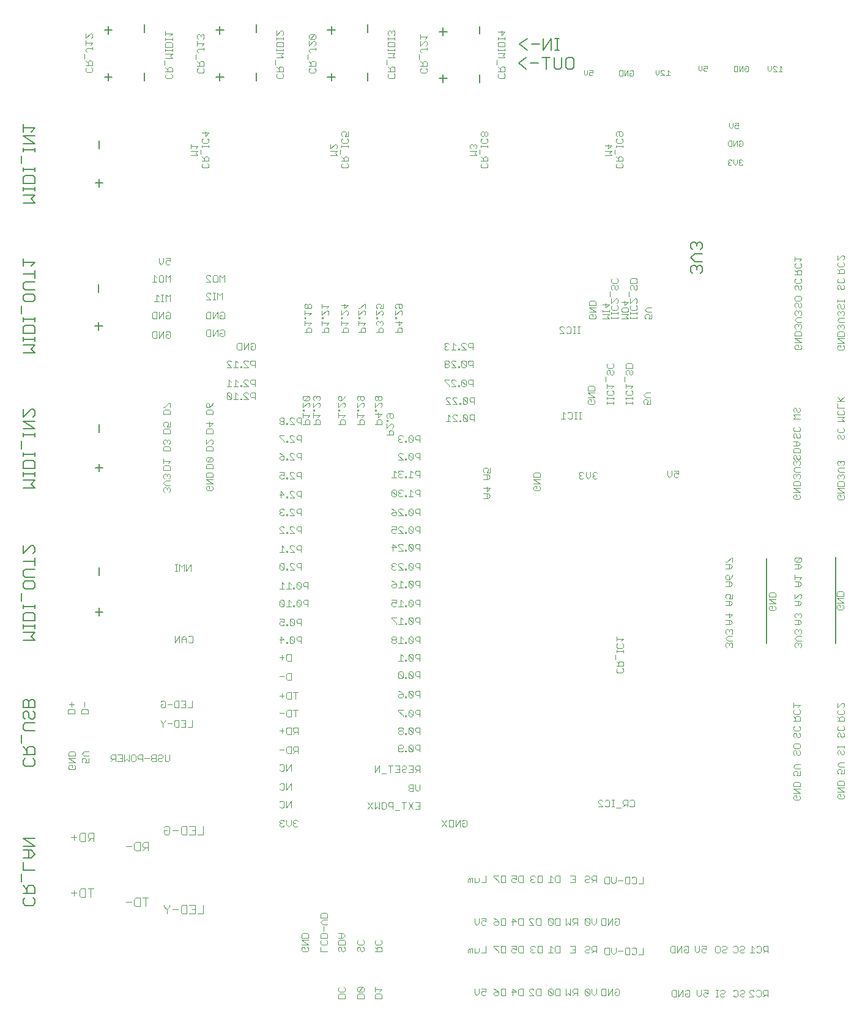
<source format=gbo>
G75*
%MOIN*%
%OFA0B0*%
%FSLAX24Y24*%
%IPPOS*%
%LPD*%
%AMOC8*
5,1,8,0,0,1.08239X$1,22.5*
%
%ADD10C,0.0030*%
%ADD11C,0.0060*%
%ADD12C,0.0050*%
%ADD13C,0.0040*%
D10*
X009576Y016470D02*
X009514Y016532D01*
X009514Y016656D01*
X009576Y016717D01*
X009699Y016717D01*
X009699Y016594D01*
X009576Y016470D02*
X009823Y016470D01*
X009885Y016532D01*
X009885Y016656D01*
X009823Y016717D01*
X009885Y016839D02*
X009514Y017086D01*
X009885Y017086D01*
X009885Y017207D02*
X009885Y017392D01*
X009823Y017454D01*
X009576Y017454D01*
X009514Y017392D01*
X009514Y017207D01*
X009885Y017207D01*
X009885Y016839D02*
X009514Y016839D01*
X010234Y016900D02*
X010296Y016839D01*
X010234Y016900D02*
X010234Y017024D01*
X010296Y017086D01*
X010419Y017086D01*
X010481Y017024D01*
X010481Y016962D01*
X010419Y016839D01*
X010605Y016839D01*
X010605Y017086D01*
X010605Y017207D02*
X010358Y017207D01*
X010234Y017331D01*
X010358Y017454D01*
X010605Y017454D01*
X011817Y017224D02*
X011817Y017101D01*
X011879Y017039D01*
X012064Y017039D01*
X011941Y017039D02*
X011817Y016916D01*
X012064Y016916D02*
X012064Y017286D01*
X011879Y017286D01*
X011817Y017224D01*
X012186Y017286D02*
X012433Y017286D01*
X012433Y016916D01*
X012186Y016916D01*
X012309Y017101D02*
X012433Y017101D01*
X012554Y016916D02*
X012554Y017286D01*
X012801Y017286D02*
X012801Y016916D01*
X012677Y017039D01*
X012554Y016916D01*
X012922Y016977D02*
X012922Y017224D01*
X012984Y017286D01*
X013107Y017286D01*
X013169Y017224D01*
X013169Y016977D01*
X013107Y016916D01*
X012984Y016916D01*
X012922Y016977D01*
X013291Y017101D02*
X013352Y017039D01*
X013537Y017039D01*
X013537Y016916D02*
X013537Y017286D01*
X013352Y017286D01*
X013291Y017224D01*
X013291Y017101D01*
X013659Y017101D02*
X013906Y017101D01*
X014027Y017162D02*
X014089Y017101D01*
X014274Y017101D01*
X014396Y017039D02*
X014396Y016977D01*
X014457Y016916D01*
X014581Y016916D01*
X014642Y016977D01*
X014764Y016977D02*
X014764Y017286D01*
X014642Y017224D02*
X014642Y017162D01*
X014581Y017101D01*
X014457Y017101D01*
X014396Y017039D01*
X014274Y016916D02*
X014089Y016916D01*
X014027Y016977D01*
X014027Y017039D01*
X014089Y017101D01*
X014027Y017162D02*
X014027Y017224D01*
X014089Y017286D01*
X014274Y017286D01*
X014274Y016916D01*
X014396Y017224D02*
X014457Y017286D01*
X014581Y017286D01*
X014642Y017224D01*
X014764Y016977D02*
X014826Y016916D01*
X014949Y016916D01*
X015011Y016977D01*
X015011Y017286D01*
X015333Y018796D02*
X015271Y018857D01*
X015271Y019104D01*
X015333Y019166D01*
X015518Y019166D01*
X015518Y018796D01*
X015333Y018796D01*
X015150Y018981D02*
X014903Y018981D01*
X014782Y019104D02*
X014658Y018981D01*
X014658Y018796D01*
X014658Y018981D02*
X014535Y019104D01*
X014535Y019166D01*
X014782Y019166D02*
X014782Y019104D01*
X015640Y019166D02*
X015887Y019166D01*
X015887Y018796D01*
X015640Y018796D01*
X015763Y018981D02*
X015887Y018981D01*
X016008Y018796D02*
X016255Y018796D01*
X016255Y019166D01*
X016255Y019836D02*
X016008Y019836D01*
X015887Y019836D02*
X015640Y019836D01*
X015518Y019836D02*
X015333Y019836D01*
X015271Y019897D01*
X015271Y020144D01*
X015333Y020206D01*
X015518Y020206D01*
X015518Y019836D01*
X015763Y020021D02*
X015887Y020021D01*
X015887Y020206D02*
X015887Y019836D01*
X016255Y019836D02*
X016255Y020206D01*
X015887Y020206D02*
X015640Y020206D01*
X015150Y020021D02*
X014903Y020021D01*
X014782Y020144D02*
X014782Y019897D01*
X014720Y019836D01*
X014596Y019836D01*
X014535Y019897D01*
X014535Y020021D01*
X014658Y020021D01*
X014535Y020144D02*
X014596Y020206D01*
X014720Y020206D01*
X014782Y020144D01*
X015310Y023396D02*
X015310Y023766D01*
X015557Y023766D02*
X015310Y023396D01*
X015557Y023396D02*
X015557Y023766D01*
X015678Y023642D02*
X015678Y023396D01*
X015678Y023581D02*
X015925Y023581D01*
X015925Y023642D02*
X015802Y023766D01*
X015678Y023642D01*
X015925Y023642D02*
X015925Y023396D01*
X016046Y023457D02*
X016108Y023396D01*
X016232Y023396D01*
X016293Y023457D01*
X016293Y023704D01*
X016232Y023766D01*
X016108Y023766D01*
X016046Y023704D01*
X015926Y027276D02*
X015926Y027646D01*
X015805Y027646D02*
X015682Y027522D01*
X015558Y027646D01*
X015558Y027276D01*
X015437Y027276D02*
X015313Y027276D01*
X015375Y027276D02*
X015375Y027646D01*
X015437Y027646D02*
X015313Y027646D01*
X015805Y027646D02*
X015805Y027276D01*
X015926Y027276D02*
X016173Y027646D01*
X016173Y027276D01*
X014992Y031596D02*
X015054Y031657D01*
X015054Y031781D01*
X014992Y031842D01*
X014930Y031842D01*
X014868Y031781D01*
X014807Y031842D01*
X014745Y031842D01*
X014683Y031781D01*
X014683Y031657D01*
X014745Y031596D01*
X014868Y031719D02*
X014868Y031781D01*
X014807Y031964D02*
X014683Y032087D01*
X014807Y032211D01*
X015054Y032211D01*
X014992Y032332D02*
X015054Y032394D01*
X015054Y032517D01*
X014992Y032579D01*
X014930Y032579D01*
X014868Y032517D01*
X014807Y032579D01*
X014745Y032579D01*
X014683Y032517D01*
X014683Y032394D01*
X014745Y032332D01*
X014868Y032456D02*
X014868Y032517D01*
X014683Y032796D02*
X014683Y032981D01*
X014745Y033042D01*
X014992Y033042D01*
X015054Y032981D01*
X015054Y032796D01*
X014683Y032796D01*
X014683Y033164D02*
X014683Y033411D01*
X014683Y033287D02*
X015054Y033287D01*
X014930Y033164D01*
X015054Y033836D02*
X015054Y034021D01*
X014992Y034082D01*
X014745Y034082D01*
X014683Y034021D01*
X014683Y033836D01*
X015054Y033836D01*
X014992Y034204D02*
X015054Y034266D01*
X015054Y034389D01*
X014992Y034451D01*
X014930Y034451D01*
X014868Y034389D01*
X014807Y034451D01*
X014745Y034451D01*
X014683Y034389D01*
X014683Y034266D01*
X014745Y034204D01*
X014868Y034327D02*
X014868Y034389D01*
X014683Y034796D02*
X014683Y034981D01*
X014745Y035042D01*
X014992Y035042D01*
X015054Y034981D01*
X015054Y034796D01*
X014683Y034796D01*
X014745Y035164D02*
X014683Y035226D01*
X014683Y035349D01*
X014745Y035411D01*
X014868Y035411D01*
X014930Y035349D01*
X014930Y035287D01*
X014868Y035164D01*
X015054Y035164D01*
X015054Y035411D01*
X015054Y035836D02*
X015054Y036021D01*
X014992Y036082D01*
X014745Y036082D01*
X014683Y036021D01*
X014683Y035836D01*
X015054Y035836D01*
X015054Y036204D02*
X015054Y036451D01*
X014992Y036451D01*
X014745Y036204D01*
X014683Y036204D01*
X017003Y036266D02*
X017003Y036389D01*
X017065Y036451D01*
X017127Y036451D01*
X017188Y036389D01*
X017188Y036204D01*
X017065Y036204D01*
X017003Y036266D01*
X017065Y036082D02*
X017312Y036082D01*
X017374Y036021D01*
X017374Y035836D01*
X017003Y035836D01*
X017003Y036021D01*
X017065Y036082D01*
X017188Y036204D02*
X017312Y036327D01*
X017374Y036451D01*
X018135Y036697D02*
X018196Y036636D01*
X018320Y036636D01*
X018382Y036697D01*
X018135Y036944D01*
X018135Y036697D01*
X018382Y036697D02*
X018382Y036944D01*
X018320Y037006D01*
X018196Y037006D01*
X018135Y036944D01*
X018135Y037356D02*
X018382Y037356D01*
X018503Y037356D02*
X018750Y037356D01*
X018872Y037356D02*
X018934Y037356D01*
X018934Y037417D01*
X018872Y037417D01*
X018872Y037356D01*
X019056Y037356D02*
X019302Y037356D01*
X019056Y037602D01*
X019056Y037664D01*
X019117Y037726D01*
X019241Y037726D01*
X019302Y037664D01*
X019424Y037664D02*
X019424Y037541D01*
X019486Y037479D01*
X019671Y037479D01*
X019671Y037356D02*
X019671Y037726D01*
X019486Y037726D01*
X019424Y037664D01*
X019486Y037006D02*
X019424Y036944D01*
X019424Y036821D01*
X019486Y036759D01*
X019671Y036759D01*
X019671Y036636D02*
X019671Y037006D01*
X019486Y037006D01*
X019302Y036944D02*
X019241Y037006D01*
X019117Y037006D01*
X019056Y036944D01*
X019056Y036882D01*
X019302Y036636D01*
X019056Y036636D01*
X018934Y036636D02*
X018872Y036636D01*
X018872Y036697D01*
X018934Y036697D01*
X018934Y036636D01*
X018750Y036636D02*
X018503Y036636D01*
X018627Y036636D02*
X018627Y037006D01*
X018750Y036882D01*
X018627Y037356D02*
X018627Y037726D01*
X018750Y037602D01*
X018382Y037602D02*
X018258Y037726D01*
X018258Y037356D01*
X018135Y038396D02*
X018382Y038396D01*
X018135Y038642D01*
X018135Y038704D01*
X018196Y038766D01*
X018320Y038766D01*
X018382Y038704D01*
X018627Y038766D02*
X018627Y038396D01*
X018750Y038396D02*
X018503Y038396D01*
X018750Y038642D02*
X018627Y038766D01*
X018872Y038457D02*
X018872Y038396D01*
X018934Y038396D01*
X018934Y038457D01*
X018872Y038457D01*
X019056Y038396D02*
X019302Y038396D01*
X019056Y038642D01*
X019056Y038704D01*
X019117Y038766D01*
X019241Y038766D01*
X019302Y038704D01*
X019424Y038704D02*
X019424Y038581D01*
X019486Y038519D01*
X019671Y038519D01*
X019671Y038396D02*
X019671Y038766D01*
X019486Y038766D01*
X019424Y038704D01*
X019493Y039356D02*
X019431Y039417D01*
X019431Y039541D01*
X019555Y039541D01*
X019678Y039664D02*
X019678Y039417D01*
X019617Y039356D01*
X019493Y039356D01*
X019310Y039356D02*
X019310Y039726D01*
X019063Y039356D01*
X019063Y039726D01*
X018942Y039726D02*
X018756Y039726D01*
X018695Y039664D01*
X018695Y039417D01*
X018756Y039356D01*
X018942Y039356D01*
X018942Y039726D01*
X019431Y039664D02*
X019493Y039726D01*
X019617Y039726D01*
X019678Y039664D01*
X017998Y040137D02*
X017937Y040076D01*
X017813Y040076D01*
X017751Y040137D01*
X017751Y040261D01*
X017875Y040261D01*
X017998Y040384D02*
X017998Y040137D01*
X017998Y040384D02*
X017937Y040446D01*
X017813Y040446D01*
X017751Y040384D01*
X017630Y040446D02*
X017383Y040076D01*
X017383Y040446D01*
X017262Y040446D02*
X017262Y040076D01*
X017076Y040076D01*
X017015Y040137D01*
X017015Y040384D01*
X017076Y040446D01*
X017262Y040446D01*
X017630Y040446D02*
X017630Y040076D01*
X017630Y041036D02*
X017630Y041406D01*
X017383Y041036D01*
X017383Y041406D01*
X017262Y041406D02*
X017262Y041036D01*
X017076Y041036D01*
X017015Y041097D01*
X017015Y041344D01*
X017076Y041406D01*
X017262Y041406D01*
X017751Y041344D02*
X017813Y041406D01*
X017937Y041406D01*
X017998Y041344D01*
X017998Y041097D01*
X017937Y041036D01*
X017813Y041036D01*
X017751Y041097D01*
X017751Y041221D01*
X017875Y041221D01*
X017876Y042076D02*
X017876Y042446D01*
X017752Y042322D01*
X017629Y042446D01*
X017629Y042076D01*
X017507Y042076D02*
X017384Y042076D01*
X017445Y042076D02*
X017445Y042446D01*
X017384Y042446D02*
X017507Y042446D01*
X017262Y042384D02*
X017200Y042446D01*
X017076Y042446D01*
X017015Y042384D01*
X017015Y042322D01*
X017262Y042076D01*
X017015Y042076D01*
X017015Y043036D02*
X017262Y043036D01*
X017015Y043282D01*
X017015Y043344D01*
X017076Y043406D01*
X017200Y043406D01*
X017262Y043344D01*
X017383Y043344D02*
X017383Y043097D01*
X017445Y043036D01*
X017568Y043036D01*
X017630Y043097D01*
X017630Y043344D01*
X017568Y043406D01*
X017445Y043406D01*
X017383Y043344D01*
X017751Y043406D02*
X017751Y043036D01*
X017998Y043036D02*
X017998Y043406D01*
X017875Y043282D01*
X017751Y043406D01*
X015053Y043406D02*
X015053Y043036D01*
X014806Y043036D02*
X014806Y043406D01*
X014930Y043282D01*
X015053Y043406D01*
X014685Y043344D02*
X014685Y043097D01*
X014623Y043036D01*
X014500Y043036D01*
X014438Y043097D01*
X014438Y043344D01*
X014500Y043406D01*
X014623Y043406D01*
X014685Y043344D01*
X014317Y043282D02*
X014193Y043406D01*
X014193Y043036D01*
X014070Y043036D02*
X014317Y043036D01*
X014316Y042366D02*
X014316Y041996D01*
X014439Y041996D02*
X014193Y041996D01*
X014439Y042242D02*
X014316Y042366D01*
X014562Y042366D02*
X014685Y042366D01*
X014623Y042366D02*
X014623Y041996D01*
X014562Y041996D02*
X014685Y041996D01*
X014806Y041996D02*
X014806Y042366D01*
X014930Y042242D01*
X015053Y042366D01*
X015053Y041996D01*
X014992Y041406D02*
X015053Y041344D01*
X015053Y041097D01*
X014992Y041036D01*
X014868Y041036D01*
X014806Y041097D01*
X014806Y041221D01*
X014930Y041221D01*
X014806Y041344D02*
X014868Y041406D01*
X014992Y041406D01*
X014685Y041406D02*
X014438Y041036D01*
X014438Y041406D01*
X014317Y041406D02*
X014132Y041406D01*
X014070Y041344D01*
X014070Y041097D01*
X014132Y041036D01*
X014317Y041036D01*
X014317Y041406D01*
X014685Y041406D02*
X014685Y041036D01*
X014685Y040366D02*
X014438Y039996D01*
X014438Y040366D01*
X014317Y040366D02*
X014132Y040366D01*
X014070Y040304D01*
X014070Y040057D01*
X014132Y039996D01*
X014317Y039996D01*
X014317Y040366D01*
X014685Y040366D02*
X014685Y039996D01*
X014806Y040057D02*
X014806Y040181D01*
X014930Y040181D01*
X015053Y040304D02*
X015053Y040057D01*
X014992Y039996D01*
X014868Y039996D01*
X014806Y040057D01*
X014806Y040304D02*
X014868Y040366D01*
X014992Y040366D01*
X015053Y040304D01*
X014992Y043996D02*
X015053Y044057D01*
X014992Y043996D02*
X014868Y043996D01*
X014806Y044057D01*
X014806Y044181D01*
X014868Y044242D01*
X014930Y044242D01*
X015053Y044181D01*
X015053Y044366D01*
X014806Y044366D01*
X014685Y044366D02*
X014685Y044119D01*
X014562Y043996D01*
X014438Y044119D01*
X014438Y044366D01*
X016845Y049272D02*
X016783Y049334D01*
X016783Y049457D01*
X016845Y049519D01*
X016783Y049640D02*
X017154Y049640D01*
X017154Y049825D01*
X017092Y049887D01*
X016968Y049887D01*
X016907Y049825D01*
X016907Y049640D01*
X016907Y049764D02*
X016783Y049887D01*
X016722Y050009D02*
X016722Y050255D01*
X016783Y050377D02*
X016783Y050500D01*
X016783Y050439D02*
X017154Y050439D01*
X017154Y050500D02*
X017154Y050377D01*
X017092Y050622D02*
X016845Y050622D01*
X016783Y050684D01*
X016783Y050808D01*
X016845Y050869D01*
X016968Y050991D02*
X016968Y051238D01*
X016783Y051176D02*
X017154Y051176D01*
X016968Y050991D01*
X017092Y050869D02*
X017154Y050808D01*
X017154Y050684D01*
X017092Y050622D01*
X016554Y050439D02*
X016183Y050439D01*
X016183Y050316D02*
X016183Y050562D01*
X016430Y050316D02*
X016554Y050439D01*
X016554Y050194D02*
X016183Y050194D01*
X016183Y049947D02*
X016554Y049947D01*
X016430Y050071D01*
X016554Y050194D01*
X017092Y049519D02*
X017154Y049457D01*
X017154Y049334D01*
X017092Y049272D01*
X016845Y049272D01*
X015102Y054142D02*
X014855Y054142D01*
X014793Y054204D01*
X014793Y054327D01*
X014855Y054389D01*
X014793Y054510D02*
X015164Y054510D01*
X015164Y054696D01*
X015102Y054757D01*
X014978Y054757D01*
X014917Y054696D01*
X014917Y054510D01*
X014917Y054634D02*
X014793Y054757D01*
X014732Y054879D02*
X014732Y055126D01*
X014793Y055247D02*
X015164Y055247D01*
X015040Y055370D01*
X015164Y055494D01*
X014793Y055494D01*
X014793Y055615D02*
X014793Y055739D01*
X014793Y055677D02*
X015164Y055677D01*
X015164Y055615D02*
X015164Y055739D01*
X015164Y055861D02*
X015164Y056046D01*
X015102Y056108D01*
X014855Y056108D01*
X014793Y056046D01*
X014793Y055861D01*
X015164Y055861D01*
X015164Y056229D02*
X015164Y056353D01*
X015164Y056291D02*
X014793Y056291D01*
X014793Y056229D02*
X014793Y056353D01*
X014793Y056475D02*
X014793Y056722D01*
X014793Y056598D02*
X015164Y056598D01*
X015040Y056475D01*
X016523Y056482D02*
X016523Y056359D01*
X016585Y056297D01*
X016523Y056176D02*
X016523Y055929D01*
X016523Y056052D02*
X016894Y056052D01*
X016770Y055929D01*
X016894Y055807D02*
X016894Y055684D01*
X016894Y055746D02*
X016585Y055746D01*
X016523Y055684D01*
X016523Y055622D01*
X016585Y055560D01*
X016462Y055439D02*
X016462Y055192D01*
X016523Y055071D02*
X016647Y054947D01*
X016647Y055009D02*
X016647Y054824D01*
X016523Y054824D02*
X016894Y054824D01*
X016894Y055009D01*
X016832Y055071D01*
X016708Y055071D01*
X016647Y055009D01*
X016585Y054702D02*
X016523Y054641D01*
X016523Y054517D01*
X016585Y054456D01*
X016832Y054456D01*
X016894Y054517D01*
X016894Y054641D01*
X016832Y054702D01*
X016832Y056297D02*
X016894Y056359D01*
X016894Y056482D01*
X016832Y056544D01*
X016770Y056544D01*
X016708Y056482D01*
X016647Y056544D01*
X016585Y056544D01*
X016523Y056482D01*
X016708Y056482D02*
X016708Y056421D01*
X015102Y054389D02*
X015164Y054327D01*
X015164Y054204D01*
X015102Y054142D01*
X010820Y054557D02*
X010759Y054496D01*
X010512Y054496D01*
X010450Y054557D01*
X010450Y054681D01*
X010512Y054743D01*
X010574Y054864D02*
X010574Y055049D01*
X010635Y055111D01*
X010759Y055111D01*
X010820Y055049D01*
X010820Y054864D01*
X010450Y054864D01*
X010574Y054987D02*
X010450Y055111D01*
X010388Y055232D02*
X010388Y055479D01*
X010512Y055601D02*
X010450Y055662D01*
X010450Y055724D01*
X010512Y055786D01*
X010820Y055786D01*
X010820Y055847D02*
X010820Y055724D01*
X010697Y055969D02*
X010820Y056092D01*
X010450Y056092D01*
X010450Y055969D02*
X010450Y056216D01*
X010450Y056337D02*
X010697Y056584D01*
X010759Y056584D01*
X010820Y056522D01*
X010820Y056399D01*
X010759Y056337D01*
X010450Y056337D02*
X010450Y056584D01*
X010759Y054743D02*
X010820Y054681D01*
X010820Y054557D01*
X020782Y054902D02*
X020782Y055149D01*
X020843Y055270D02*
X021214Y055270D01*
X021090Y055394D01*
X021214Y055517D01*
X020843Y055517D01*
X020843Y055639D02*
X020843Y055762D01*
X020843Y055701D02*
X021214Y055701D01*
X021214Y055762D02*
X021214Y055639D01*
X021214Y055884D02*
X021214Y056070D01*
X021152Y056131D01*
X020905Y056131D01*
X020843Y056070D01*
X020843Y055884D01*
X021214Y055884D01*
X021214Y056253D02*
X021214Y056376D01*
X021214Y056314D02*
X020843Y056314D01*
X020843Y056253D02*
X020843Y056376D01*
X020843Y056498D02*
X021090Y056745D01*
X021152Y056745D01*
X021214Y056683D01*
X021214Y056560D01*
X021152Y056498D01*
X020843Y056498D02*
X020843Y056745D01*
X022603Y056482D02*
X022603Y056359D01*
X022665Y056297D01*
X022912Y056544D01*
X022665Y056544D01*
X022603Y056482D01*
X022665Y056297D02*
X022912Y056297D01*
X022974Y056359D01*
X022974Y056482D01*
X022912Y056544D01*
X022912Y056176D02*
X022974Y056114D01*
X022974Y055991D01*
X022912Y055929D01*
X022974Y055807D02*
X022974Y055684D01*
X022974Y055746D02*
X022665Y055746D01*
X022603Y055684D01*
X022603Y055622D01*
X022665Y055560D01*
X022542Y055439D02*
X022542Y055192D01*
X022603Y055071D02*
X022727Y054947D01*
X022727Y055009D02*
X022727Y054824D01*
X022603Y054824D02*
X022974Y054824D01*
X022974Y055009D01*
X022912Y055071D01*
X022788Y055071D01*
X022727Y055009D01*
X022665Y054702D02*
X022603Y054641D01*
X022603Y054517D01*
X022665Y054456D01*
X022912Y054456D01*
X022974Y054517D01*
X022974Y054641D01*
X022912Y054702D01*
X022603Y055929D02*
X022850Y056176D01*
X022912Y056176D01*
X022603Y056176D02*
X022603Y055929D01*
X021214Y054719D02*
X021152Y054781D01*
X021028Y054781D01*
X020967Y054719D01*
X020967Y054534D01*
X020967Y054657D02*
X020843Y054781D01*
X020843Y054534D02*
X021214Y054534D01*
X021214Y054719D01*
X021152Y054412D02*
X021214Y054351D01*
X021214Y054227D01*
X021152Y054166D01*
X020905Y054166D01*
X020843Y054227D01*
X020843Y054351D01*
X020905Y054412D01*
X024383Y051176D02*
X024383Y051053D01*
X024445Y050991D01*
X024445Y050869D02*
X024383Y050808D01*
X024383Y050684D01*
X024445Y050622D01*
X024692Y050622D01*
X024754Y050684D01*
X024754Y050808D01*
X024692Y050869D01*
X024754Y050991D02*
X024568Y050991D01*
X024630Y051114D01*
X024630Y051176D01*
X024568Y051238D01*
X024445Y051238D01*
X024383Y051176D01*
X024754Y051238D02*
X024754Y050991D01*
X024754Y050500D02*
X024754Y050377D01*
X024754Y050439D02*
X024383Y050439D01*
X024383Y050500D02*
X024383Y050377D01*
X024322Y050255D02*
X024322Y050009D01*
X024383Y049887D02*
X024507Y049764D01*
X024507Y049825D02*
X024507Y049640D01*
X024383Y049640D02*
X024754Y049640D01*
X024754Y049825D01*
X024692Y049887D01*
X024568Y049887D01*
X024507Y049825D01*
X024445Y049519D02*
X024383Y049457D01*
X024383Y049334D01*
X024445Y049272D01*
X024692Y049272D01*
X024754Y049334D01*
X024754Y049457D01*
X024692Y049519D01*
X024154Y049947D02*
X024030Y050071D01*
X024154Y050194D01*
X023783Y050194D01*
X023783Y050316D02*
X024030Y050562D01*
X024092Y050562D01*
X024154Y050501D01*
X024154Y050377D01*
X024092Y050316D01*
X023783Y050316D02*
X023783Y050562D01*
X023783Y049947D02*
X024154Y049947D01*
X026985Y054166D02*
X026923Y054227D01*
X026923Y054351D01*
X026985Y054412D01*
X026923Y054534D02*
X027294Y054534D01*
X027294Y054719D01*
X027232Y054781D01*
X027108Y054781D01*
X027047Y054719D01*
X027047Y054534D01*
X027047Y054657D02*
X026923Y054781D01*
X026862Y054902D02*
X026862Y055149D01*
X026923Y055270D02*
X027294Y055270D01*
X027170Y055394D01*
X027294Y055517D01*
X026923Y055517D01*
X026923Y055639D02*
X026923Y055762D01*
X026923Y055701D02*
X027294Y055701D01*
X027294Y055762D02*
X027294Y055639D01*
X027294Y055884D02*
X027294Y056070D01*
X027232Y056131D01*
X026985Y056131D01*
X026923Y056070D01*
X026923Y055884D01*
X027294Y055884D01*
X027294Y056253D02*
X027294Y056376D01*
X027294Y056314D02*
X026923Y056314D01*
X026923Y056253D02*
X026923Y056376D01*
X026985Y056498D02*
X026923Y056560D01*
X026923Y056683D01*
X026985Y056745D01*
X027047Y056745D01*
X027108Y056683D01*
X027108Y056622D01*
X027108Y056683D02*
X027170Y056745D01*
X027232Y056745D01*
X027294Y056683D01*
X027294Y056560D01*
X027232Y056498D01*
X028683Y056544D02*
X028683Y056297D01*
X028683Y056176D02*
X028683Y055929D01*
X028930Y056176D01*
X028992Y056176D01*
X029054Y056114D01*
X029054Y055991D01*
X028992Y055929D01*
X029054Y055807D02*
X029054Y055684D01*
X029054Y055746D02*
X028745Y055746D01*
X028683Y055684D01*
X028683Y055622D01*
X028745Y055560D01*
X028622Y055439D02*
X028622Y055192D01*
X028683Y055071D02*
X028807Y054947D01*
X028807Y055009D02*
X028807Y054824D01*
X028683Y054824D02*
X029054Y054824D01*
X029054Y055009D01*
X028992Y055071D01*
X028868Y055071D01*
X028807Y055009D01*
X028745Y054702D02*
X028683Y054641D01*
X028683Y054517D01*
X028745Y054456D01*
X028992Y054456D01*
X029054Y054517D01*
X029054Y054641D01*
X028992Y054702D01*
X028930Y056297D02*
X029054Y056421D01*
X028683Y056421D01*
X027232Y054412D02*
X027294Y054351D01*
X027294Y054227D01*
X027232Y054166D01*
X026985Y054166D01*
X031383Y050501D02*
X031383Y050377D01*
X031445Y050316D01*
X031383Y050194D02*
X031754Y050194D01*
X031630Y050071D01*
X031754Y049947D01*
X031383Y049947D01*
X031692Y050316D02*
X031754Y050377D01*
X031754Y050501D01*
X031692Y050562D01*
X031630Y050562D01*
X031568Y050501D01*
X031507Y050562D01*
X031445Y050562D01*
X031383Y050501D01*
X031568Y050501D02*
X031568Y050439D01*
X031922Y050255D02*
X031922Y050009D01*
X031983Y049887D02*
X032107Y049764D01*
X032107Y049825D02*
X032107Y049640D01*
X031983Y049640D02*
X032354Y049640D01*
X032354Y049825D01*
X032292Y049887D01*
X032168Y049887D01*
X032107Y049825D01*
X032045Y049519D02*
X031983Y049457D01*
X031983Y049334D01*
X032045Y049272D01*
X032292Y049272D01*
X032354Y049334D01*
X032354Y049457D01*
X032292Y049519D01*
X032354Y050377D02*
X032354Y050500D01*
X032354Y050439D02*
X031983Y050439D01*
X031983Y050500D02*
X031983Y050377D01*
X032045Y050622D02*
X031983Y050684D01*
X031983Y050808D01*
X032045Y050869D01*
X032045Y050991D02*
X032107Y050991D01*
X032168Y051053D01*
X032168Y051176D01*
X032107Y051238D01*
X032045Y051238D01*
X031983Y051176D01*
X031983Y051053D01*
X032045Y050991D01*
X032168Y051053D02*
X032230Y050991D01*
X032292Y050991D01*
X032354Y051053D01*
X032354Y051176D01*
X032292Y051238D01*
X032230Y051238D01*
X032168Y051176D01*
X032292Y050869D02*
X032354Y050808D01*
X032354Y050684D01*
X032292Y050622D01*
X032045Y050622D01*
X032985Y054166D02*
X032923Y054227D01*
X032923Y054351D01*
X032985Y054412D01*
X032923Y054534D02*
X033294Y054534D01*
X033294Y054719D01*
X033232Y054781D01*
X033108Y054781D01*
X033047Y054719D01*
X033047Y054534D01*
X033047Y054657D02*
X032923Y054781D01*
X032862Y054902D02*
X032862Y055149D01*
X032923Y055270D02*
X033294Y055270D01*
X033170Y055394D01*
X033294Y055517D01*
X032923Y055517D01*
X032923Y055639D02*
X032923Y055762D01*
X032923Y055701D02*
X033294Y055701D01*
X033294Y055762D02*
X033294Y055639D01*
X033294Y055884D02*
X033294Y056070D01*
X033232Y056131D01*
X032985Y056131D01*
X032923Y056070D01*
X032923Y055884D01*
X033294Y055884D01*
X033294Y056253D02*
X033294Y056376D01*
X033294Y056314D02*
X032923Y056314D01*
X032923Y056253D02*
X032923Y056376D01*
X033108Y056498D02*
X033108Y056745D01*
X032923Y056683D02*
X033294Y056683D01*
X033108Y056498D01*
X033232Y054412D02*
X033294Y054351D01*
X033294Y054227D01*
X033232Y054166D01*
X032985Y054166D01*
X037599Y054402D02*
X037599Y054595D01*
X037599Y054402D02*
X037696Y054305D01*
X037793Y054402D01*
X037793Y054595D01*
X037894Y054595D02*
X038087Y054595D01*
X038087Y054450D01*
X037990Y054499D01*
X037942Y054499D01*
X037894Y054450D01*
X037894Y054353D01*
X037942Y054305D01*
X038039Y054305D01*
X038087Y054353D01*
X039503Y054333D02*
X039503Y054527D01*
X039552Y054575D01*
X039697Y054575D01*
X039697Y054285D01*
X039552Y054285D01*
X039503Y054333D01*
X039798Y054285D02*
X039798Y054575D01*
X039991Y054575D02*
X039798Y054285D01*
X039991Y054285D02*
X039991Y054575D01*
X040092Y054527D02*
X040141Y054575D01*
X040238Y054575D01*
X040286Y054527D01*
X040286Y054333D01*
X040238Y054285D01*
X040141Y054285D01*
X040092Y054333D01*
X040092Y054430D01*
X040189Y054430D01*
X041499Y054403D02*
X041499Y054596D01*
X041499Y054403D02*
X041596Y054306D01*
X041693Y054403D01*
X041693Y054596D01*
X041794Y054548D02*
X041842Y054596D01*
X041939Y054596D01*
X041988Y054548D01*
X041794Y054548D02*
X041794Y054500D01*
X041988Y054306D01*
X041794Y054306D01*
X042089Y054306D02*
X042282Y054306D01*
X042185Y054306D02*
X042185Y054596D01*
X042282Y054500D01*
X043833Y054633D02*
X043833Y054827D01*
X044027Y054827D02*
X044027Y054633D01*
X043930Y054536D01*
X043833Y054633D01*
X044128Y054585D02*
X044176Y054536D01*
X044273Y054536D01*
X044321Y054585D01*
X044321Y054681D02*
X044225Y054730D01*
X044176Y054730D01*
X044128Y054681D01*
X044128Y054585D01*
X044321Y054681D02*
X044321Y054827D01*
X044128Y054827D01*
X045769Y054768D02*
X045769Y054574D01*
X045817Y054526D01*
X045962Y054526D01*
X045962Y054816D01*
X045817Y054816D01*
X045769Y054768D01*
X046063Y054816D02*
X046063Y054526D01*
X046257Y054816D01*
X046257Y054526D01*
X046358Y054574D02*
X046358Y054671D01*
X046455Y054671D01*
X046551Y054768D02*
X046551Y054574D01*
X046503Y054526D01*
X046406Y054526D01*
X046358Y054574D01*
X046358Y054768D02*
X046406Y054816D01*
X046503Y054816D01*
X046551Y054768D01*
X047611Y054815D02*
X047611Y054621D01*
X047707Y054524D01*
X047804Y054621D01*
X047804Y054815D01*
X047905Y054766D02*
X047954Y054815D01*
X048050Y054815D01*
X048099Y054766D01*
X047905Y054766D02*
X047905Y054718D01*
X048099Y054524D01*
X047905Y054524D01*
X048200Y054524D02*
X048393Y054524D01*
X048297Y054524D02*
X048297Y054815D01*
X048393Y054718D01*
X046001Y051707D02*
X045808Y051707D01*
X045707Y051707D02*
X045707Y051513D01*
X045610Y051416D01*
X045513Y051513D01*
X045513Y051707D01*
X045808Y051561D02*
X045808Y051465D01*
X045856Y051416D01*
X045953Y051416D01*
X046001Y051465D01*
X046001Y051561D02*
X045905Y051610D01*
X045856Y051610D01*
X045808Y051561D01*
X046001Y051561D02*
X046001Y051707D01*
X045947Y050747D02*
X045753Y050456D01*
X045753Y050747D01*
X045652Y050747D02*
X045507Y050747D01*
X045459Y050698D01*
X045459Y050505D01*
X045507Y050456D01*
X045652Y050456D01*
X045652Y050747D01*
X045947Y050747D02*
X045947Y050456D01*
X046048Y050505D02*
X046048Y050601D01*
X046145Y050601D01*
X046241Y050505D02*
X046193Y050456D01*
X046096Y050456D01*
X046048Y050505D01*
X046048Y050698D02*
X046096Y050747D01*
X046193Y050747D01*
X046241Y050698D01*
X046241Y050505D01*
X046193Y049707D02*
X046096Y049707D01*
X046048Y049658D01*
X046048Y049610D01*
X046096Y049561D01*
X046048Y049513D01*
X046048Y049465D01*
X046096Y049416D01*
X046193Y049416D01*
X046241Y049465D01*
X046145Y049561D02*
X046096Y049561D01*
X045947Y049513D02*
X045850Y049416D01*
X045753Y049513D01*
X045753Y049707D01*
X045652Y049658D02*
X045604Y049707D01*
X045507Y049707D01*
X045459Y049658D01*
X045459Y049610D01*
X045507Y049561D01*
X045459Y049513D01*
X045459Y049465D01*
X045507Y049416D01*
X045604Y049416D01*
X045652Y049465D01*
X045555Y049561D02*
X045507Y049561D01*
X045947Y049513D02*
X045947Y049707D01*
X046193Y049707D02*
X046241Y049658D01*
X049083Y044434D02*
X049083Y044187D01*
X049083Y044311D02*
X049454Y044311D01*
X049330Y044187D01*
X049392Y044066D02*
X049454Y044004D01*
X049454Y043881D01*
X049392Y043819D01*
X049145Y043819D01*
X049083Y043881D01*
X049083Y044004D01*
X049145Y044066D01*
X049083Y043697D02*
X049207Y043574D01*
X049207Y043636D02*
X049207Y043451D01*
X049083Y043451D02*
X049454Y043451D01*
X049454Y043636D01*
X049392Y043697D01*
X049268Y043697D01*
X049207Y043636D01*
X049145Y043234D02*
X049083Y043172D01*
X049083Y043049D01*
X049145Y042987D01*
X049392Y042987D01*
X049454Y043049D01*
X049454Y043172D01*
X049392Y043234D01*
X049392Y042866D02*
X049454Y042804D01*
X049454Y042681D01*
X049392Y042619D01*
X049330Y042619D01*
X049268Y042681D01*
X049268Y042804D01*
X049207Y042866D01*
X049145Y042866D01*
X049083Y042804D01*
X049083Y042681D01*
X049145Y042619D01*
X049145Y042274D02*
X049083Y042212D01*
X049083Y042089D01*
X049145Y042027D01*
X049392Y042027D01*
X049454Y042089D01*
X049454Y042212D01*
X049392Y042274D01*
X049145Y042274D01*
X049145Y041906D02*
X049083Y041844D01*
X049083Y041721D01*
X049145Y041659D01*
X049268Y041721D02*
X049268Y041844D01*
X049207Y041906D01*
X049145Y041906D01*
X049268Y041721D02*
X049330Y041659D01*
X049392Y041659D01*
X049454Y041721D01*
X049454Y041844D01*
X049392Y041906D01*
X049392Y041474D02*
X049330Y041474D01*
X049268Y041412D01*
X049207Y041474D01*
X049145Y041474D01*
X049083Y041412D01*
X049083Y041289D01*
X049145Y041227D01*
X049207Y041106D02*
X049454Y041106D01*
X049392Y041227D02*
X049454Y041289D01*
X049454Y041412D01*
X049392Y041474D01*
X049268Y041412D02*
X049268Y041351D01*
X049207Y041106D02*
X049083Y040982D01*
X049207Y040859D01*
X049454Y040859D01*
X049392Y040737D02*
X049330Y040737D01*
X049268Y040676D01*
X049207Y040737D01*
X049145Y040737D01*
X049083Y040676D01*
X049083Y040552D01*
X049145Y040491D01*
X049145Y040354D02*
X049392Y040354D01*
X049454Y040292D01*
X049454Y040107D01*
X049083Y040107D01*
X049083Y040292D01*
X049145Y040354D01*
X049392Y040491D02*
X049454Y040552D01*
X049454Y040676D01*
X049392Y040737D01*
X049268Y040676D02*
X049268Y040614D01*
X049083Y039986D02*
X049454Y039986D01*
X049454Y039739D02*
X049083Y039986D01*
X049083Y039739D02*
X049454Y039739D01*
X049392Y039617D02*
X049454Y039556D01*
X049454Y039432D01*
X049392Y039371D01*
X049145Y039371D01*
X049083Y039432D01*
X049083Y039556D01*
X049145Y039617D01*
X049268Y039617D01*
X049268Y039494D01*
X051403Y039541D02*
X051465Y039602D01*
X051588Y039602D01*
X051588Y039479D01*
X051465Y039356D02*
X051403Y039417D01*
X051403Y039541D01*
X051403Y039724D02*
X051774Y039724D01*
X051403Y039971D01*
X051774Y039971D01*
X051774Y040092D02*
X051774Y040277D01*
X051712Y040339D01*
X051465Y040339D01*
X051403Y040277D01*
X051403Y040092D01*
X051774Y040092D01*
X051712Y040476D02*
X051774Y040537D01*
X051774Y040661D01*
X051712Y040722D01*
X051650Y040722D01*
X051588Y040661D01*
X051527Y040722D01*
X051465Y040722D01*
X051403Y040661D01*
X051403Y040537D01*
X051465Y040476D01*
X051588Y040599D02*
X051588Y040661D01*
X051527Y040844D02*
X051403Y040967D01*
X051527Y041091D01*
X051774Y041091D01*
X051712Y041212D02*
X051774Y041274D01*
X051774Y041397D01*
X051712Y041459D01*
X051650Y041459D01*
X051588Y041397D01*
X051527Y041459D01*
X051465Y041459D01*
X051403Y041397D01*
X051403Y041274D01*
X051465Y041212D01*
X051588Y041336D02*
X051588Y041397D01*
X051650Y041596D02*
X051588Y041657D01*
X051588Y041781D01*
X051527Y041842D01*
X051465Y041842D01*
X051403Y041781D01*
X051403Y041657D01*
X051465Y041596D01*
X051650Y041596D02*
X051712Y041596D01*
X051774Y041657D01*
X051774Y041781D01*
X051712Y041842D01*
X051774Y041964D02*
X051774Y042087D01*
X051774Y042026D02*
X051403Y042026D01*
X051403Y042087D02*
X051403Y041964D01*
X051465Y042636D02*
X051403Y042697D01*
X051403Y042821D01*
X051465Y042882D01*
X051527Y042882D01*
X051588Y042821D01*
X051588Y042697D01*
X051650Y042636D01*
X051712Y042636D01*
X051774Y042697D01*
X051774Y042821D01*
X051712Y042882D01*
X051712Y043004D02*
X051465Y043004D01*
X051403Y043066D01*
X051403Y043189D01*
X051465Y043251D01*
X051712Y043251D02*
X051774Y043189D01*
X051774Y043066D01*
X051712Y043004D01*
X051774Y043516D02*
X051774Y043701D01*
X051712Y043762D01*
X051588Y043762D01*
X051527Y043701D01*
X051527Y043516D01*
X051527Y043639D02*
X051403Y043762D01*
X051465Y043884D02*
X051403Y043946D01*
X051403Y044069D01*
X051465Y044131D01*
X051403Y044252D02*
X051650Y044499D01*
X051712Y044499D01*
X051774Y044437D01*
X051774Y044314D01*
X051712Y044252D01*
X051712Y044131D02*
X051774Y044069D01*
X051774Y043946D01*
X051712Y043884D01*
X051465Y043884D01*
X051403Y044252D02*
X051403Y044499D01*
X051403Y043516D02*
X051774Y043516D01*
X051774Y040844D02*
X051527Y040844D01*
X051712Y039602D02*
X051774Y039541D01*
X051774Y039417D01*
X051712Y039356D01*
X051465Y039356D01*
X051403Y036787D02*
X051588Y036602D01*
X051527Y036540D02*
X051774Y036787D01*
X051774Y036540D02*
X051403Y036540D01*
X051403Y036419D02*
X051403Y036172D01*
X051774Y036172D01*
X051712Y036051D02*
X051774Y035989D01*
X051774Y035866D01*
X051712Y035804D01*
X051465Y035804D01*
X051403Y035866D01*
X051403Y035989D01*
X051465Y036051D01*
X051403Y035682D02*
X051774Y035682D01*
X051650Y035559D01*
X051774Y035436D01*
X051403Y035436D01*
X051465Y035091D02*
X051403Y035029D01*
X051403Y034906D01*
X051465Y034844D01*
X051712Y034844D01*
X051774Y034906D01*
X051774Y035029D01*
X051712Y035091D01*
X051712Y034722D02*
X051774Y034661D01*
X051774Y034537D01*
X051712Y034476D01*
X051650Y034476D01*
X051588Y034537D01*
X051588Y034661D01*
X051527Y034722D01*
X051465Y034722D01*
X051403Y034661D01*
X051403Y034537D01*
X051465Y034476D01*
X051465Y033299D02*
X051403Y033237D01*
X051403Y033114D01*
X051465Y033052D01*
X051527Y032931D02*
X051774Y032931D01*
X051712Y033052D02*
X051774Y033114D01*
X051774Y033237D01*
X051712Y033299D01*
X051650Y033299D01*
X051588Y033237D01*
X051527Y033299D01*
X051465Y033299D01*
X051588Y033237D02*
X051588Y033176D01*
X051527Y032931D02*
X051403Y032807D01*
X051527Y032684D01*
X051774Y032684D01*
X051712Y032562D02*
X051650Y032562D01*
X051588Y032501D01*
X051527Y032562D01*
X051465Y032562D01*
X051403Y032501D01*
X051403Y032377D01*
X051465Y032316D01*
X051465Y032179D02*
X051712Y032179D01*
X051774Y032117D01*
X051774Y031932D01*
X051403Y031932D01*
X051403Y032117D01*
X051465Y032179D01*
X051712Y032316D02*
X051774Y032377D01*
X051774Y032501D01*
X051712Y032562D01*
X051588Y032501D02*
X051588Y032439D01*
X051403Y031811D02*
X051774Y031811D01*
X051774Y031564D02*
X051403Y031811D01*
X051403Y031564D02*
X051774Y031564D01*
X051712Y031442D02*
X051774Y031381D01*
X051774Y031257D01*
X051712Y031196D01*
X051465Y031196D01*
X051403Y031257D01*
X051403Y031381D01*
X051465Y031442D01*
X051588Y031442D01*
X051588Y031319D01*
X049374Y031272D02*
X049312Y031211D01*
X049065Y031211D01*
X049003Y031272D01*
X049003Y031396D01*
X049065Y031457D01*
X049188Y031457D01*
X049188Y031334D01*
X049312Y031457D02*
X049374Y031396D01*
X049374Y031272D01*
X049374Y031579D02*
X049003Y031826D01*
X049374Y031826D01*
X049374Y031947D02*
X049374Y032132D01*
X049312Y032194D01*
X049065Y032194D01*
X049003Y032132D01*
X049003Y031947D01*
X049374Y031947D01*
X049374Y031579D02*
X049003Y031579D01*
X049065Y032331D02*
X049003Y032392D01*
X049003Y032516D01*
X049065Y032577D01*
X049127Y032577D01*
X049188Y032516D01*
X049188Y032454D01*
X049188Y032516D02*
X049250Y032577D01*
X049312Y032577D01*
X049374Y032516D01*
X049374Y032392D01*
X049312Y032331D01*
X049374Y032699D02*
X049127Y032699D01*
X049003Y032822D01*
X049127Y032946D01*
X049374Y032946D01*
X049312Y033067D02*
X049374Y033129D01*
X049374Y033252D01*
X049312Y033314D01*
X049250Y033314D01*
X049188Y033252D01*
X049127Y033314D01*
X049065Y033314D01*
X049003Y033252D01*
X049003Y033129D01*
X049065Y033067D01*
X049188Y033191D02*
X049188Y033252D01*
X049250Y033371D02*
X049188Y033432D01*
X049188Y033556D01*
X049127Y033617D01*
X049065Y033617D01*
X049003Y033556D01*
X049003Y033432D01*
X049065Y033371D01*
X049250Y033371D02*
X049312Y033371D01*
X049374Y033432D01*
X049374Y033556D01*
X049312Y033617D01*
X049374Y033739D02*
X049374Y033924D01*
X049312Y033986D01*
X049065Y033986D01*
X049003Y033924D01*
X049003Y033739D01*
X049374Y033739D01*
X049250Y034107D02*
X049003Y034107D01*
X049188Y034107D02*
X049188Y034354D01*
X049250Y034354D02*
X049003Y034354D01*
X049065Y034539D02*
X049003Y034601D01*
X049003Y034724D01*
X049065Y034786D01*
X049127Y034786D01*
X049188Y034724D01*
X049188Y034601D01*
X049250Y034539D01*
X049312Y034539D01*
X049374Y034601D01*
X049374Y034724D01*
X049312Y034786D01*
X049312Y034907D02*
X049065Y034907D01*
X049003Y034969D01*
X049003Y035092D01*
X049065Y035154D01*
X049312Y035154D02*
X049374Y035092D01*
X049374Y034969D01*
X049312Y034907D01*
X049250Y034354D02*
X049374Y034231D01*
X049250Y034107D01*
X049374Y035579D02*
X049003Y035579D01*
X049127Y035702D01*
X049003Y035826D01*
X049374Y035826D01*
X049312Y035947D02*
X049250Y035947D01*
X049188Y036009D01*
X049188Y036132D01*
X049127Y036194D01*
X049065Y036194D01*
X049003Y036132D01*
X049003Y036009D01*
X049065Y035947D01*
X049312Y035947D02*
X049374Y036009D01*
X049374Y036132D01*
X049312Y036194D01*
X042750Y032766D02*
X042750Y032581D01*
X042627Y032642D01*
X042565Y032642D01*
X042503Y032581D01*
X042503Y032457D01*
X042565Y032396D01*
X042688Y032396D01*
X042750Y032457D01*
X042750Y032766D02*
X042503Y032766D01*
X042382Y032766D02*
X042382Y032519D01*
X042258Y032396D01*
X042135Y032519D01*
X042135Y032766D01*
X041214Y036396D02*
X041028Y036396D01*
X041090Y036519D01*
X041090Y036581D01*
X041028Y036642D01*
X040905Y036642D01*
X040843Y036581D01*
X040843Y036457D01*
X040905Y036396D01*
X041214Y036396D02*
X041214Y036642D01*
X041214Y036764D02*
X040967Y036764D01*
X040843Y036887D01*
X040967Y037011D01*
X041214Y037011D01*
X040254Y037072D02*
X040254Y036948D01*
X040192Y036887D01*
X039945Y036887D01*
X039883Y036948D01*
X039883Y037072D01*
X039945Y037134D01*
X039883Y037255D02*
X039883Y037502D01*
X039883Y037378D02*
X040254Y037378D01*
X040130Y037255D01*
X040192Y037134D02*
X040254Y037072D01*
X040254Y036765D02*
X040254Y036641D01*
X040254Y036703D02*
X039883Y036703D01*
X039883Y036641D02*
X039883Y036765D01*
X039883Y036519D02*
X039883Y036396D01*
X039883Y036457D02*
X040254Y036457D01*
X040254Y036396D02*
X040254Y036519D01*
X039214Y036519D02*
X039214Y036396D01*
X039214Y036457D02*
X038843Y036457D01*
X038843Y036396D02*
X038843Y036519D01*
X038843Y036641D02*
X038843Y036765D01*
X038843Y036703D02*
X039214Y036703D01*
X039214Y036641D02*
X039214Y036765D01*
X039152Y036887D02*
X038905Y036887D01*
X038843Y036948D01*
X038843Y037072D01*
X038905Y037134D01*
X038843Y037255D02*
X038843Y037502D01*
X038843Y037378D02*
X039214Y037378D01*
X039090Y037255D01*
X039152Y037134D02*
X039214Y037072D01*
X039214Y036948D01*
X039152Y036887D01*
X038782Y037623D02*
X038782Y037870D01*
X038905Y037992D02*
X038843Y038053D01*
X038843Y038177D01*
X038905Y038238D01*
X038967Y038238D01*
X039028Y038177D01*
X039028Y038053D01*
X039090Y037992D01*
X039152Y037992D01*
X039214Y038053D01*
X039214Y038177D01*
X039152Y038238D01*
X039152Y038360D02*
X038905Y038360D01*
X038843Y038422D01*
X038843Y038545D01*
X038905Y038607D01*
X039152Y038607D02*
X039214Y038545D01*
X039214Y038422D01*
X039152Y038360D01*
X039883Y038360D02*
X039883Y038545D01*
X039945Y038607D01*
X040192Y038607D01*
X040254Y038545D01*
X040254Y038360D01*
X039883Y038360D01*
X039945Y038238D02*
X039883Y038177D01*
X039883Y038053D01*
X039945Y037992D01*
X040068Y038053D02*
X040068Y038177D01*
X040007Y038238D01*
X039945Y038238D01*
X040068Y038053D02*
X040130Y037992D01*
X040192Y037992D01*
X040254Y038053D01*
X040254Y038177D01*
X040192Y038238D01*
X039822Y037870D02*
X039822Y037623D01*
X038174Y037317D02*
X038174Y037132D01*
X037803Y037132D01*
X037803Y037317D01*
X037865Y037379D01*
X038112Y037379D01*
X038174Y037317D01*
X038174Y037011D02*
X037803Y037011D01*
X038174Y036764D01*
X037803Y036764D01*
X037865Y036642D02*
X037988Y036642D01*
X037988Y036519D01*
X037865Y036642D02*
X037803Y036581D01*
X037803Y036457D01*
X037865Y036396D01*
X038112Y036396D01*
X038174Y036457D01*
X038174Y036581D01*
X038112Y036642D01*
X037453Y035966D02*
X037330Y035966D01*
X037392Y035966D02*
X037392Y035596D01*
X037453Y035596D02*
X037330Y035596D01*
X037208Y035596D02*
X037084Y035596D01*
X037146Y035596D02*
X037146Y035966D01*
X037208Y035966D02*
X037084Y035966D01*
X036962Y035904D02*
X036962Y035657D01*
X036901Y035596D01*
X036777Y035596D01*
X036715Y035657D01*
X036594Y035596D02*
X036347Y035596D01*
X036470Y035596D02*
X036470Y035966D01*
X036594Y035842D01*
X036715Y035904D02*
X036777Y035966D01*
X036901Y035966D01*
X036962Y035904D01*
X037396Y032686D02*
X037335Y032624D01*
X037335Y032562D01*
X037396Y032501D01*
X037335Y032439D01*
X037335Y032377D01*
X037396Y032316D01*
X037520Y032316D01*
X037582Y032377D01*
X037703Y032439D02*
X037703Y032686D01*
X037582Y032624D02*
X037520Y032686D01*
X037396Y032686D01*
X037396Y032501D02*
X037458Y032501D01*
X037703Y032439D02*
X037827Y032316D01*
X037950Y032439D01*
X037950Y032686D01*
X038071Y032624D02*
X038071Y032562D01*
X038133Y032501D01*
X038071Y032439D01*
X038071Y032377D01*
X038133Y032316D01*
X038257Y032316D01*
X038318Y032377D01*
X038195Y032501D02*
X038133Y032501D01*
X038071Y032624D02*
X038133Y032686D01*
X038257Y032686D01*
X038318Y032624D01*
X035214Y032597D02*
X035214Y032412D01*
X034843Y032412D01*
X034843Y032597D01*
X034905Y032659D01*
X035152Y032659D01*
X035214Y032597D01*
X035214Y032291D02*
X034843Y032291D01*
X035214Y032044D01*
X034843Y032044D01*
X034905Y031922D02*
X035028Y031922D01*
X035028Y031799D01*
X034905Y031922D02*
X034843Y031861D01*
X034843Y031737D01*
X034905Y031676D01*
X035152Y031676D01*
X035214Y031737D01*
X035214Y031861D01*
X035152Y031922D01*
X032494Y031812D02*
X032308Y031627D01*
X032308Y031874D01*
X032123Y031812D02*
X032494Y031812D01*
X032370Y031506D02*
X032494Y031382D01*
X032370Y031259D01*
X032123Y031259D01*
X032308Y031259D02*
X032308Y031506D01*
X032370Y031506D02*
X032123Y031506D01*
X032123Y032299D02*
X032370Y032299D01*
X032494Y032422D01*
X032370Y032546D01*
X032123Y032546D01*
X032185Y032667D02*
X032123Y032729D01*
X032123Y032852D01*
X032185Y032914D01*
X032308Y032914D01*
X032370Y032852D01*
X032370Y032791D01*
X032308Y032667D01*
X032494Y032667D01*
X032494Y032914D01*
X032308Y032546D02*
X032308Y032299D01*
X031613Y035436D02*
X031613Y035806D01*
X031428Y035806D01*
X031366Y035744D01*
X031366Y035621D01*
X031428Y035559D01*
X031613Y035559D01*
X031245Y035497D02*
X030998Y035744D01*
X030998Y035497D01*
X031060Y035436D01*
X031183Y035436D01*
X031245Y035497D01*
X031245Y035744D01*
X031183Y035806D01*
X031060Y035806D01*
X030998Y035744D01*
X030877Y035497D02*
X030815Y035497D01*
X030815Y035436D01*
X030877Y035436D01*
X030877Y035497D01*
X030693Y035436D02*
X030446Y035682D01*
X030446Y035744D01*
X030507Y035806D01*
X030631Y035806D01*
X030693Y035744D01*
X030693Y035436D02*
X030446Y035436D01*
X030324Y035436D02*
X030077Y035436D01*
X030201Y035436D02*
X030201Y035806D01*
X030324Y035682D01*
X030324Y036396D02*
X030077Y036642D01*
X030077Y036704D01*
X030139Y036766D01*
X030263Y036766D01*
X030324Y036704D01*
X030446Y036704D02*
X030507Y036766D01*
X030631Y036766D01*
X030693Y036704D01*
X030446Y036704D02*
X030446Y036642D01*
X030693Y036396D01*
X030446Y036396D01*
X030324Y036396D02*
X030077Y036396D01*
X030815Y036396D02*
X030877Y036396D01*
X030877Y036457D01*
X030815Y036457D01*
X030815Y036396D01*
X030998Y036457D02*
X031060Y036396D01*
X031183Y036396D01*
X031245Y036457D01*
X030998Y036704D01*
X030998Y036457D01*
X031245Y036457D02*
X031245Y036704D01*
X031183Y036766D01*
X031060Y036766D01*
X030998Y036704D01*
X031366Y036704D02*
X031366Y036581D01*
X031428Y036519D01*
X031613Y036519D01*
X031613Y036396D02*
X031613Y036766D01*
X031428Y036766D01*
X031366Y036704D01*
X031533Y037356D02*
X031533Y037726D01*
X031348Y037726D01*
X031286Y037664D01*
X031286Y037541D01*
X031348Y037479D01*
X031533Y037479D01*
X031165Y037417D02*
X030918Y037664D01*
X030918Y037417D01*
X030980Y037356D01*
X031103Y037356D01*
X031165Y037417D01*
X031165Y037664D01*
X031103Y037726D01*
X030980Y037726D01*
X030918Y037664D01*
X030797Y037417D02*
X030735Y037417D01*
X030735Y037356D01*
X030797Y037356D01*
X030797Y037417D01*
X030613Y037356D02*
X030366Y037602D01*
X030366Y037664D01*
X030427Y037726D01*
X030551Y037726D01*
X030613Y037664D01*
X030613Y037356D02*
X030366Y037356D01*
X030244Y037356D02*
X030244Y037417D01*
X029997Y037664D01*
X029997Y037726D01*
X030244Y037726D01*
X030183Y038396D02*
X030244Y038457D01*
X030244Y038519D01*
X030183Y038581D01*
X030059Y038581D01*
X029997Y038519D01*
X029997Y038457D01*
X030059Y038396D01*
X030183Y038396D01*
X030366Y038396D02*
X030613Y038396D01*
X030366Y038642D01*
X030366Y038704D01*
X030427Y038766D01*
X030551Y038766D01*
X030613Y038704D01*
X030735Y038457D02*
X030735Y038396D01*
X030797Y038396D01*
X030797Y038457D01*
X030735Y038457D01*
X030918Y038457D02*
X030980Y038396D01*
X031103Y038396D01*
X031165Y038457D01*
X030918Y038704D01*
X030918Y038457D01*
X031165Y038457D02*
X031165Y038704D01*
X031103Y038766D01*
X030980Y038766D01*
X030918Y038704D01*
X031286Y038704D02*
X031286Y038581D01*
X031348Y038519D01*
X031533Y038519D01*
X031533Y038396D02*
X031533Y038766D01*
X031348Y038766D01*
X031286Y038704D01*
X031165Y039356D02*
X030918Y039602D01*
X030918Y039664D01*
X030980Y039726D01*
X031103Y039726D01*
X031165Y039664D01*
X031286Y039664D02*
X031286Y039541D01*
X031348Y039479D01*
X031533Y039479D01*
X031533Y039356D02*
X031533Y039726D01*
X031348Y039726D01*
X031286Y039664D01*
X031165Y039356D02*
X030918Y039356D01*
X030797Y039356D02*
X030735Y039356D01*
X030735Y039417D01*
X030797Y039417D01*
X030797Y039356D01*
X030613Y039356D02*
X030366Y039356D01*
X030489Y039356D02*
X030489Y039726D01*
X030613Y039602D01*
X030244Y039664D02*
X030183Y039726D01*
X030059Y039726D01*
X029997Y039664D01*
X029997Y039602D01*
X030059Y039541D01*
X029997Y039479D01*
X029997Y039417D01*
X030059Y039356D01*
X030183Y039356D01*
X030244Y039417D01*
X030121Y039541D02*
X030059Y039541D01*
X030059Y038766D02*
X029997Y038704D01*
X029997Y038642D01*
X030059Y038581D01*
X030183Y038581D02*
X030244Y038642D01*
X030244Y038704D01*
X030183Y038766D01*
X030059Y038766D01*
X027694Y040316D02*
X027694Y040501D01*
X027632Y040562D01*
X027508Y040562D01*
X027447Y040501D01*
X027447Y040316D01*
X027323Y040316D02*
X027694Y040316D01*
X027508Y040684D02*
X027508Y040931D01*
X027385Y041052D02*
X027385Y041114D01*
X027323Y041114D01*
X027323Y041052D01*
X027385Y041052D01*
X027323Y040869D02*
X027694Y040869D01*
X027508Y040684D01*
X027632Y041236D02*
X027694Y041298D01*
X027694Y041421D01*
X027632Y041483D01*
X027570Y041483D01*
X027323Y041236D01*
X027323Y041483D01*
X027385Y041605D02*
X027323Y041666D01*
X027323Y041790D01*
X027385Y041852D01*
X027632Y041852D01*
X027694Y041790D01*
X027694Y041666D01*
X027632Y041605D01*
X027570Y041605D01*
X027508Y041666D01*
X027508Y041852D01*
X026654Y041852D02*
X026654Y041605D01*
X026468Y041605D01*
X026530Y041728D01*
X026530Y041790D01*
X026468Y041852D01*
X026345Y041852D01*
X026283Y041790D01*
X026283Y041666D01*
X026345Y041605D01*
X026283Y041483D02*
X026283Y041236D01*
X026530Y041483D01*
X026592Y041483D01*
X026654Y041421D01*
X026654Y041298D01*
X026592Y041236D01*
X026345Y041114D02*
X026283Y041114D01*
X026283Y041052D01*
X026345Y041052D01*
X026345Y041114D01*
X026345Y040931D02*
X026283Y040869D01*
X026283Y040746D01*
X026345Y040684D01*
X026468Y040562D02*
X026407Y040501D01*
X026407Y040316D01*
X026283Y040316D02*
X026654Y040316D01*
X026654Y040501D01*
X026592Y040562D01*
X026468Y040562D01*
X026592Y040684D02*
X026654Y040746D01*
X026654Y040869D01*
X026592Y040931D01*
X026530Y040931D01*
X026468Y040869D01*
X026407Y040931D01*
X026345Y040931D01*
X026468Y040869D02*
X026468Y040807D01*
X025694Y040807D02*
X025570Y040684D01*
X025508Y040562D02*
X025447Y040501D01*
X025447Y040316D01*
X025323Y040316D02*
X025694Y040316D01*
X025694Y040501D01*
X025632Y040562D01*
X025508Y040562D01*
X025323Y040684D02*
X025323Y040931D01*
X025323Y041052D02*
X025323Y041114D01*
X025385Y041114D01*
X025385Y041052D01*
X025323Y041052D01*
X025323Y041236D02*
X025570Y041483D01*
X025632Y041483D01*
X025694Y041421D01*
X025694Y041298D01*
X025632Y041236D01*
X025323Y041236D02*
X025323Y041483D01*
X025323Y041605D02*
X025385Y041605D01*
X025632Y041852D01*
X025694Y041852D01*
X025694Y041605D01*
X025694Y040807D02*
X025323Y040807D01*
X024734Y040807D02*
X024610Y040684D01*
X024548Y040562D02*
X024487Y040501D01*
X024487Y040316D01*
X024363Y040316D02*
X024734Y040316D01*
X024734Y040501D01*
X024672Y040562D01*
X024548Y040562D01*
X024363Y040684D02*
X024363Y040931D01*
X024363Y041052D02*
X024363Y041114D01*
X024425Y041114D01*
X024425Y041052D01*
X024363Y041052D01*
X024363Y041236D02*
X024610Y041483D01*
X024672Y041483D01*
X024734Y041421D01*
X024734Y041298D01*
X024672Y041236D01*
X024363Y041236D02*
X024363Y041483D01*
X024548Y041605D02*
X024548Y041852D01*
X024363Y041790D02*
X024734Y041790D01*
X024548Y041605D01*
X024734Y040807D02*
X024363Y040807D01*
X023694Y040807D02*
X023570Y040684D01*
X023508Y040562D02*
X023447Y040501D01*
X023447Y040316D01*
X023323Y040316D02*
X023694Y040316D01*
X023694Y040501D01*
X023632Y040562D01*
X023508Y040562D01*
X023323Y040684D02*
X023323Y040931D01*
X023323Y041052D02*
X023323Y041114D01*
X023385Y041114D01*
X023385Y041052D01*
X023323Y041052D01*
X023323Y041236D02*
X023570Y041483D01*
X023632Y041483D01*
X023694Y041421D01*
X023694Y041298D01*
X023632Y041236D01*
X023323Y041236D02*
X023323Y041483D01*
X023323Y041605D02*
X023323Y041852D01*
X023323Y041728D02*
X023694Y041728D01*
X023570Y041605D01*
X023694Y040807D02*
X023323Y040807D01*
X022734Y040807D02*
X022363Y040807D01*
X022363Y040684D02*
X022363Y040931D01*
X022363Y041052D02*
X022363Y041114D01*
X022425Y041114D01*
X022425Y041052D01*
X022363Y041052D01*
X022363Y041236D02*
X022363Y041483D01*
X022363Y041360D02*
X022734Y041360D01*
X022610Y041236D01*
X022610Y041605D02*
X022672Y041605D01*
X022734Y041666D01*
X022734Y041790D01*
X022672Y041852D01*
X022610Y041852D01*
X022548Y041790D01*
X022548Y041666D01*
X022610Y041605D01*
X022548Y041666D02*
X022487Y041605D01*
X022425Y041605D01*
X022363Y041666D01*
X022363Y041790D01*
X022425Y041852D01*
X022487Y041852D01*
X022548Y041790D01*
X022734Y040807D02*
X022610Y040684D01*
X022548Y040562D02*
X022487Y040501D01*
X022487Y040316D01*
X022363Y040316D02*
X022734Y040316D01*
X022734Y040501D01*
X022672Y040562D01*
X022548Y040562D01*
X022592Y036834D02*
X022345Y036587D01*
X022283Y036649D01*
X022283Y036772D01*
X022345Y036834D01*
X022592Y036834D01*
X022654Y036772D01*
X022654Y036649D01*
X022592Y036587D01*
X022345Y036587D01*
X022283Y036466D02*
X022283Y036219D01*
X022530Y036466D01*
X022592Y036466D01*
X022654Y036404D01*
X022654Y036281D01*
X022592Y036219D01*
X022843Y036219D02*
X023090Y036466D01*
X023152Y036466D01*
X023214Y036404D01*
X023214Y036281D01*
X023152Y036219D01*
X022905Y036096D02*
X022843Y036096D01*
X022843Y036035D01*
X022905Y036035D01*
X022905Y036096D01*
X022843Y036219D02*
X022843Y036466D01*
X022905Y036587D02*
X022843Y036649D01*
X022843Y036772D01*
X022905Y036834D01*
X022967Y036834D01*
X023028Y036772D01*
X023028Y036711D01*
X023028Y036772D02*
X023090Y036834D01*
X023152Y036834D01*
X023214Y036772D01*
X023214Y036649D01*
X023152Y036587D01*
X022843Y035913D02*
X022843Y035666D01*
X022843Y035790D02*
X023214Y035790D01*
X023090Y035666D01*
X023028Y035545D02*
X022967Y035483D01*
X022967Y035298D01*
X022843Y035298D02*
X023214Y035298D01*
X023214Y035483D01*
X023152Y035545D01*
X023028Y035545D01*
X022654Y035483D02*
X022592Y035545D01*
X022468Y035545D01*
X022407Y035483D01*
X022407Y035298D01*
X022283Y035298D02*
X022654Y035298D01*
X022654Y035483D01*
X022530Y035666D02*
X022654Y035790D01*
X022283Y035790D01*
X022283Y035913D02*
X022283Y035666D01*
X022182Y035646D02*
X021997Y035646D01*
X021936Y035584D01*
X021936Y035461D01*
X021997Y035399D01*
X022182Y035399D01*
X022182Y035276D02*
X022182Y035646D01*
X021814Y035584D02*
X021752Y035646D01*
X021629Y035646D01*
X021567Y035584D01*
X021567Y035522D01*
X021814Y035276D01*
X021567Y035276D01*
X021446Y035276D02*
X021384Y035276D01*
X021384Y035337D01*
X021446Y035337D01*
X021446Y035276D01*
X021262Y035337D02*
X021262Y035399D01*
X021200Y035461D01*
X021076Y035461D01*
X021015Y035399D01*
X021015Y035337D01*
X021076Y035276D01*
X021200Y035276D01*
X021262Y035337D01*
X021200Y035461D02*
X021262Y035522D01*
X021262Y035584D01*
X021200Y035646D01*
X021076Y035646D01*
X021015Y035584D01*
X021015Y035522D01*
X021076Y035461D01*
X021015Y034686D02*
X021015Y034624D01*
X021262Y034377D01*
X021262Y034316D01*
X021384Y034316D02*
X021446Y034316D01*
X021446Y034377D01*
X021384Y034377D01*
X021384Y034316D01*
X021567Y034316D02*
X021814Y034316D01*
X021567Y034562D01*
X021567Y034624D01*
X021629Y034686D01*
X021752Y034686D01*
X021814Y034624D01*
X021936Y034624D02*
X021936Y034501D01*
X021997Y034439D01*
X022182Y034439D01*
X022182Y034316D02*
X022182Y034686D01*
X021997Y034686D01*
X021936Y034624D01*
X021262Y034686D02*
X021015Y034686D01*
X021015Y033726D02*
X021138Y033664D01*
X021262Y033541D01*
X021076Y033541D01*
X021015Y033479D01*
X021015Y033417D01*
X021076Y033356D01*
X021200Y033356D01*
X021262Y033417D01*
X021262Y033541D01*
X021384Y033417D02*
X021384Y033356D01*
X021446Y033356D01*
X021446Y033417D01*
X021384Y033417D01*
X021567Y033356D02*
X021814Y033356D01*
X021567Y033602D01*
X021567Y033664D01*
X021629Y033726D01*
X021752Y033726D01*
X021814Y033664D01*
X021936Y033664D02*
X021936Y033541D01*
X021997Y033479D01*
X022182Y033479D01*
X022182Y033356D02*
X022182Y033726D01*
X021997Y033726D01*
X021936Y033664D01*
X021997Y032686D02*
X021936Y032624D01*
X021936Y032501D01*
X021997Y032439D01*
X022182Y032439D01*
X022182Y032316D02*
X022182Y032686D01*
X021997Y032686D01*
X021814Y032624D02*
X021752Y032686D01*
X021629Y032686D01*
X021567Y032624D01*
X021567Y032562D01*
X021814Y032316D01*
X021567Y032316D01*
X021446Y032316D02*
X021384Y032316D01*
X021384Y032377D01*
X021446Y032377D01*
X021446Y032316D01*
X021262Y032377D02*
X021200Y032316D01*
X021076Y032316D01*
X021015Y032377D01*
X021015Y032501D01*
X021076Y032562D01*
X021138Y032562D01*
X021262Y032501D01*
X021262Y032686D01*
X021015Y032686D01*
X021076Y031646D02*
X021262Y031461D01*
X021015Y031461D01*
X021076Y031276D02*
X021076Y031646D01*
X021384Y031337D02*
X021384Y031276D01*
X021446Y031276D01*
X021446Y031337D01*
X021384Y031337D01*
X021567Y031276D02*
X021814Y031276D01*
X021567Y031522D01*
X021567Y031584D01*
X021629Y031646D01*
X021752Y031646D01*
X021814Y031584D01*
X021936Y031584D02*
X021936Y031461D01*
X021997Y031399D01*
X022182Y031399D01*
X022182Y031276D02*
X022182Y031646D01*
X021997Y031646D01*
X021936Y031584D01*
X021997Y030686D02*
X021936Y030624D01*
X021936Y030501D01*
X021997Y030439D01*
X022182Y030439D01*
X022182Y030316D02*
X022182Y030686D01*
X021997Y030686D01*
X021814Y030624D02*
X021752Y030686D01*
X021629Y030686D01*
X021567Y030624D01*
X021567Y030562D01*
X021814Y030316D01*
X021567Y030316D01*
X021446Y030316D02*
X021384Y030316D01*
X021384Y030377D01*
X021446Y030377D01*
X021446Y030316D01*
X021262Y030377D02*
X021200Y030316D01*
X021076Y030316D01*
X021015Y030377D01*
X021015Y030439D01*
X021076Y030501D01*
X021138Y030501D01*
X021076Y030501D02*
X021015Y030562D01*
X021015Y030624D01*
X021076Y030686D01*
X021200Y030686D01*
X021262Y030624D01*
X021200Y029726D02*
X021262Y029664D01*
X021200Y029726D02*
X021076Y029726D01*
X021015Y029664D01*
X021015Y029602D01*
X021262Y029356D01*
X021015Y029356D01*
X021384Y029356D02*
X021446Y029356D01*
X021446Y029417D01*
X021384Y029417D01*
X021384Y029356D01*
X021567Y029356D02*
X021814Y029356D01*
X021567Y029602D01*
X021567Y029664D01*
X021629Y029726D01*
X021752Y029726D01*
X021814Y029664D01*
X021936Y029664D02*
X021936Y029541D01*
X021997Y029479D01*
X022182Y029479D01*
X022182Y029356D02*
X022182Y029726D01*
X021997Y029726D01*
X021936Y029664D01*
X021997Y028686D02*
X021936Y028624D01*
X021936Y028501D01*
X021997Y028439D01*
X022182Y028439D01*
X022182Y028316D02*
X022182Y028686D01*
X021997Y028686D01*
X021814Y028624D02*
X021752Y028686D01*
X021629Y028686D01*
X021567Y028624D01*
X021567Y028562D01*
X021814Y028316D01*
X021567Y028316D01*
X021446Y028316D02*
X021384Y028316D01*
X021384Y028377D01*
X021446Y028377D01*
X021446Y028316D01*
X021262Y028316D02*
X021015Y028316D01*
X021138Y028316D02*
X021138Y028686D01*
X021262Y028562D01*
X021200Y027726D02*
X021076Y027726D01*
X021015Y027664D01*
X021262Y027417D01*
X021200Y027356D01*
X021076Y027356D01*
X021015Y027417D01*
X021015Y027664D01*
X021200Y027726D02*
X021262Y027664D01*
X021262Y027417D01*
X021384Y027417D02*
X021384Y027356D01*
X021446Y027356D01*
X021446Y027417D01*
X021384Y027417D01*
X021567Y027356D02*
X021814Y027356D01*
X021567Y027602D01*
X021567Y027664D01*
X021629Y027726D01*
X021752Y027726D01*
X021814Y027664D01*
X021936Y027664D02*
X021936Y027541D01*
X021997Y027479D01*
X022182Y027479D01*
X022182Y027356D02*
X022182Y027726D01*
X021997Y027726D01*
X021936Y027664D01*
X021997Y026686D02*
X021936Y026624D01*
X022182Y026377D01*
X022121Y026316D01*
X021997Y026316D01*
X021936Y026377D01*
X021936Y026624D01*
X021997Y026686D02*
X022121Y026686D01*
X022182Y026624D01*
X022182Y026377D01*
X022304Y026501D02*
X022366Y026439D01*
X022551Y026439D01*
X022551Y026316D02*
X022551Y026686D01*
X022366Y026686D01*
X022304Y026624D01*
X022304Y026501D01*
X021814Y026377D02*
X021752Y026377D01*
X021752Y026316D01*
X021814Y026316D01*
X021814Y026377D01*
X021630Y026316D02*
X021383Y026316D01*
X021262Y026316D02*
X021015Y026316D01*
X021138Y026316D02*
X021138Y026686D01*
X021262Y026562D01*
X021507Y026686D02*
X021507Y026316D01*
X021630Y026562D02*
X021507Y026686D01*
X021507Y025726D02*
X021507Y025356D01*
X021630Y025356D02*
X021383Y025356D01*
X021262Y025417D02*
X021015Y025664D01*
X021015Y025417D01*
X021076Y025356D01*
X021200Y025356D01*
X021262Y025417D01*
X021262Y025664D01*
X021200Y025726D01*
X021076Y025726D01*
X021015Y025664D01*
X021507Y025726D02*
X021630Y025602D01*
X021752Y025417D02*
X021752Y025356D01*
X021814Y025356D01*
X021814Y025417D01*
X021752Y025417D01*
X021936Y025417D02*
X021997Y025356D01*
X022121Y025356D01*
X022182Y025417D01*
X021936Y025664D01*
X021936Y025417D01*
X022182Y025417D02*
X022182Y025664D01*
X022121Y025726D01*
X021997Y025726D01*
X021936Y025664D01*
X022304Y025664D02*
X022304Y025541D01*
X022366Y025479D01*
X022551Y025479D01*
X022551Y025356D02*
X022551Y025726D01*
X022366Y025726D01*
X022304Y025664D01*
X022182Y024686D02*
X021997Y024686D01*
X021936Y024624D01*
X021936Y024501D01*
X021997Y024439D01*
X022182Y024439D01*
X022182Y024316D02*
X022182Y024686D01*
X021814Y024624D02*
X021814Y024377D01*
X021567Y024624D01*
X021567Y024377D01*
X021629Y024316D01*
X021752Y024316D01*
X021814Y024377D01*
X021814Y024624D02*
X021752Y024686D01*
X021629Y024686D01*
X021567Y024624D01*
X021446Y024377D02*
X021384Y024377D01*
X021384Y024316D01*
X021446Y024316D01*
X021446Y024377D01*
X021262Y024377D02*
X021200Y024316D01*
X021076Y024316D01*
X021015Y024377D01*
X021015Y024501D01*
X021076Y024562D01*
X021138Y024562D01*
X021262Y024501D01*
X021262Y024686D01*
X021015Y024686D01*
X021076Y023726D02*
X021262Y023541D01*
X021015Y023541D01*
X021076Y023356D02*
X021076Y023726D01*
X021384Y023417D02*
X021384Y023356D01*
X021446Y023356D01*
X021446Y023417D01*
X021384Y023417D01*
X021567Y023417D02*
X021629Y023356D01*
X021752Y023356D01*
X021814Y023417D01*
X021567Y023664D01*
X021567Y023417D01*
X021814Y023417D02*
X021814Y023664D01*
X021752Y023726D01*
X021629Y023726D01*
X021567Y023664D01*
X021936Y023664D02*
X021936Y023541D01*
X021997Y023479D01*
X022182Y023479D01*
X022182Y023356D02*
X022182Y023726D01*
X021997Y023726D01*
X021936Y023664D01*
X021630Y022766D02*
X021445Y022766D01*
X021383Y022704D01*
X021383Y022457D01*
X021445Y022396D01*
X021630Y022396D01*
X021630Y022766D01*
X021262Y022581D02*
X021015Y022581D01*
X021138Y022704D02*
X021138Y022457D01*
X021445Y021726D02*
X021630Y021726D01*
X021630Y021356D01*
X021445Y021356D01*
X021383Y021417D01*
X021383Y021664D01*
X021445Y021726D01*
X021262Y021541D02*
X021015Y021541D01*
X021138Y020624D02*
X021138Y020377D01*
X021015Y020501D02*
X021262Y020501D01*
X021383Y020624D02*
X021445Y020686D01*
X021630Y020686D01*
X021630Y020316D01*
X021445Y020316D01*
X021383Y020377D01*
X021383Y020624D01*
X021751Y020686D02*
X021998Y020686D01*
X021875Y020686D02*
X021875Y020316D01*
X021875Y019726D02*
X021875Y019356D01*
X021630Y019356D02*
X021445Y019356D01*
X021383Y019417D01*
X021383Y019664D01*
X021445Y019726D01*
X021630Y019726D01*
X021630Y019356D01*
X021751Y019726D02*
X021998Y019726D01*
X021262Y019541D02*
X021015Y019541D01*
X021138Y018704D02*
X021138Y018457D01*
X021015Y018581D02*
X021262Y018581D01*
X021383Y018704D02*
X021383Y018457D01*
X021445Y018396D01*
X021630Y018396D01*
X021630Y018766D01*
X021445Y018766D01*
X021383Y018704D01*
X021751Y018704D02*
X021751Y018581D01*
X021813Y018519D01*
X021998Y018519D01*
X021875Y018519D02*
X021751Y018396D01*
X021998Y018396D02*
X021998Y018766D01*
X021813Y018766D01*
X021751Y018704D01*
X021813Y017726D02*
X021751Y017664D01*
X021751Y017541D01*
X021813Y017479D01*
X021998Y017479D01*
X021875Y017479D02*
X021751Y017356D01*
X021630Y017356D02*
X021445Y017356D01*
X021383Y017417D01*
X021383Y017664D01*
X021445Y017726D01*
X021630Y017726D01*
X021630Y017356D01*
X021998Y017356D02*
X021998Y017726D01*
X021813Y017726D01*
X021262Y017541D02*
X021015Y017541D01*
X021076Y016766D02*
X021015Y016704D01*
X021076Y016766D02*
X021200Y016766D01*
X021262Y016704D01*
X021262Y016457D01*
X021200Y016396D01*
X021076Y016396D01*
X021015Y016457D01*
X021383Y016396D02*
X021383Y016766D01*
X021630Y016766D02*
X021383Y016396D01*
X021630Y016396D02*
X021630Y016766D01*
X021630Y015726D02*
X021383Y015356D01*
X021383Y015726D01*
X021262Y015664D02*
X021200Y015726D01*
X021076Y015726D01*
X021015Y015664D01*
X021262Y015664D02*
X021262Y015417D01*
X021200Y015356D01*
X021076Y015356D01*
X021015Y015417D01*
X021076Y014766D02*
X021015Y014704D01*
X021076Y014766D02*
X021200Y014766D01*
X021262Y014704D01*
X021262Y014457D01*
X021200Y014396D01*
X021076Y014396D01*
X021015Y014457D01*
X021383Y014396D02*
X021383Y014766D01*
X021630Y014766D02*
X021383Y014396D01*
X021630Y014396D02*
X021630Y014766D01*
X021630Y015356D02*
X021630Y015726D01*
X021630Y013726D02*
X021630Y013479D01*
X021507Y013356D01*
X021383Y013479D01*
X021383Y013726D01*
X021262Y013664D02*
X021200Y013726D01*
X021076Y013726D01*
X021015Y013664D01*
X021015Y013602D01*
X021076Y013541D01*
X021015Y013479D01*
X021015Y013417D01*
X021076Y013356D01*
X021200Y013356D01*
X021262Y013417D01*
X021138Y013541D02*
X021076Y013541D01*
X021751Y013602D02*
X021813Y013541D01*
X021751Y013479D01*
X021751Y013417D01*
X021813Y013356D01*
X021937Y013356D01*
X021998Y013417D01*
X021875Y013541D02*
X021813Y013541D01*
X021751Y013602D02*
X021751Y013664D01*
X021813Y013726D01*
X021937Y013726D01*
X021998Y013664D01*
X025828Y014316D02*
X026075Y014686D01*
X026197Y014686D02*
X026197Y014316D01*
X026320Y014439D01*
X026443Y014316D01*
X026443Y014686D01*
X026565Y014624D02*
X026565Y014377D01*
X026627Y014316D01*
X026750Y014316D01*
X026812Y014377D01*
X026812Y014624D01*
X026750Y014686D01*
X026627Y014686D01*
X026565Y014624D01*
X026933Y014624D02*
X026933Y014501D01*
X026995Y014439D01*
X027180Y014439D01*
X027180Y014316D02*
X027180Y014686D01*
X026995Y014686D01*
X026933Y014624D01*
X027302Y014254D02*
X027548Y014254D01*
X027793Y014316D02*
X027793Y014686D01*
X027670Y014686D02*
X027917Y014686D01*
X028038Y014686D02*
X028285Y014316D01*
X028406Y014316D02*
X028653Y014316D01*
X028653Y014686D01*
X028406Y014686D01*
X028285Y014686D02*
X028038Y014316D01*
X028530Y014501D02*
X028653Y014501D01*
X028530Y015276D02*
X028406Y015399D01*
X028406Y015646D01*
X028285Y015646D02*
X028100Y015646D01*
X028038Y015584D01*
X028038Y015522D01*
X028100Y015461D01*
X028285Y015461D01*
X028285Y015276D02*
X028285Y015646D01*
X028100Y015461D02*
X028038Y015399D01*
X028038Y015337D01*
X028100Y015276D01*
X028285Y015276D01*
X028530Y015276D02*
X028653Y015399D01*
X028653Y015646D01*
X028653Y016316D02*
X028653Y016686D01*
X028468Y016686D01*
X028406Y016624D01*
X028406Y016501D01*
X028468Y016439D01*
X028653Y016439D01*
X028530Y016439D02*
X028406Y016316D01*
X028285Y016316D02*
X028038Y016316D01*
X027917Y016377D02*
X027855Y016316D01*
X027732Y016316D01*
X027670Y016377D01*
X027670Y016439D01*
X027732Y016501D01*
X027855Y016501D01*
X027917Y016562D01*
X027917Y016624D01*
X027855Y016686D01*
X027732Y016686D01*
X027670Y016624D01*
X027548Y016686D02*
X027548Y016316D01*
X027302Y016316D01*
X027425Y016501D02*
X027548Y016501D01*
X027548Y016686D02*
X027302Y016686D01*
X027180Y016686D02*
X026933Y016686D01*
X027057Y016686D02*
X027057Y016316D01*
X026812Y016254D02*
X026565Y016254D01*
X026443Y016316D02*
X026443Y016686D01*
X026197Y016316D01*
X026197Y016686D01*
X027486Y017497D02*
X027486Y017744D01*
X027547Y017806D01*
X027671Y017806D01*
X027733Y017744D01*
X027733Y017682D01*
X027671Y017621D01*
X027486Y017621D01*
X027486Y017497D02*
X027547Y017436D01*
X027671Y017436D01*
X027733Y017497D01*
X027855Y017497D02*
X027855Y017436D01*
X027917Y017436D01*
X027917Y017497D01*
X027855Y017497D01*
X028038Y017497D02*
X028100Y017436D01*
X028223Y017436D01*
X028285Y017497D01*
X028038Y017744D01*
X028038Y017497D01*
X028285Y017497D02*
X028285Y017744D01*
X028223Y017806D01*
X028100Y017806D01*
X028038Y017744D01*
X028406Y017744D02*
X028406Y017621D01*
X028468Y017559D01*
X028653Y017559D01*
X028653Y017436D02*
X028653Y017806D01*
X028468Y017806D01*
X028406Y017744D01*
X028223Y018396D02*
X028285Y018457D01*
X028038Y018704D01*
X028038Y018457D01*
X028100Y018396D01*
X028223Y018396D01*
X028285Y018457D02*
X028285Y018704D01*
X028223Y018766D01*
X028100Y018766D01*
X028038Y018704D01*
X027917Y018457D02*
X027855Y018457D01*
X027855Y018396D01*
X027917Y018396D01*
X027917Y018457D01*
X027733Y018457D02*
X027733Y018519D01*
X027671Y018581D01*
X027547Y018581D01*
X027486Y018519D01*
X027486Y018457D01*
X027547Y018396D01*
X027671Y018396D01*
X027733Y018457D01*
X027671Y018581D02*
X027733Y018642D01*
X027733Y018704D01*
X027671Y018766D01*
X027547Y018766D01*
X027486Y018704D01*
X027486Y018642D01*
X027547Y018581D01*
X028406Y018581D02*
X028406Y018704D01*
X028468Y018766D01*
X028653Y018766D01*
X028653Y018396D01*
X028653Y018519D02*
X028468Y018519D01*
X028406Y018581D01*
X028223Y019356D02*
X028285Y019417D01*
X028038Y019664D01*
X028038Y019417D01*
X028100Y019356D01*
X028223Y019356D01*
X028285Y019417D02*
X028285Y019664D01*
X028223Y019726D01*
X028100Y019726D01*
X028038Y019664D01*
X027917Y019417D02*
X027855Y019417D01*
X027855Y019356D01*
X027917Y019356D01*
X027917Y019417D01*
X027733Y019417D02*
X027733Y019356D01*
X027733Y019417D02*
X027486Y019664D01*
X027486Y019726D01*
X027733Y019726D01*
X028406Y019664D02*
X028406Y019541D01*
X028468Y019479D01*
X028653Y019479D01*
X028653Y019356D02*
X028653Y019726D01*
X028468Y019726D01*
X028406Y019664D01*
X028223Y020396D02*
X028285Y020457D01*
X028038Y020704D01*
X028038Y020457D01*
X028100Y020396D01*
X028223Y020396D01*
X028285Y020457D02*
X028285Y020704D01*
X028223Y020766D01*
X028100Y020766D01*
X028038Y020704D01*
X027917Y020457D02*
X027855Y020457D01*
X027855Y020396D01*
X027917Y020396D01*
X027917Y020457D01*
X027733Y020457D02*
X027671Y020396D01*
X027547Y020396D01*
X027486Y020457D01*
X027486Y020519D01*
X027547Y020581D01*
X027733Y020581D01*
X027733Y020457D01*
X027733Y020581D02*
X027609Y020704D01*
X027486Y020766D01*
X027547Y021436D02*
X027486Y021497D01*
X027486Y021744D01*
X027733Y021497D01*
X027671Y021436D01*
X027547Y021436D01*
X027733Y021497D02*
X027733Y021744D01*
X027671Y021806D01*
X027547Y021806D01*
X027486Y021744D01*
X027855Y021497D02*
X027855Y021436D01*
X027917Y021436D01*
X027917Y021497D01*
X027855Y021497D01*
X028038Y021497D02*
X028100Y021436D01*
X028223Y021436D01*
X028285Y021497D01*
X028038Y021744D01*
X028038Y021497D01*
X028285Y021497D02*
X028285Y021744D01*
X028223Y021806D01*
X028100Y021806D01*
X028038Y021744D01*
X028406Y021744D02*
X028406Y021621D01*
X028468Y021559D01*
X028653Y021559D01*
X028653Y021436D02*
X028653Y021806D01*
X028468Y021806D01*
X028406Y021744D01*
X028223Y022396D02*
X028285Y022457D01*
X028038Y022704D01*
X028038Y022457D01*
X028100Y022396D01*
X028223Y022396D01*
X028285Y022457D02*
X028285Y022704D01*
X028223Y022766D01*
X028100Y022766D01*
X028038Y022704D01*
X027917Y022457D02*
X027855Y022457D01*
X027855Y022396D01*
X027917Y022396D01*
X027917Y022457D01*
X027733Y022396D02*
X027486Y022396D01*
X027609Y022396D02*
X027609Y022766D01*
X027733Y022642D01*
X028406Y022581D02*
X028468Y022519D01*
X028653Y022519D01*
X028653Y022396D02*
X028653Y022766D01*
X028468Y022766D01*
X028406Y022704D01*
X028406Y022581D01*
X028223Y023356D02*
X028285Y023417D01*
X028038Y023664D01*
X028038Y023417D01*
X028100Y023356D01*
X028223Y023356D01*
X028285Y023417D02*
X028285Y023664D01*
X028223Y023726D01*
X028100Y023726D01*
X028038Y023664D01*
X027917Y023417D02*
X027855Y023417D01*
X027855Y023356D01*
X027917Y023356D01*
X027917Y023417D01*
X027733Y023356D02*
X027486Y023356D01*
X027609Y023356D02*
X027609Y023726D01*
X027733Y023602D01*
X027364Y023602D02*
X027364Y023664D01*
X027303Y023726D01*
X027179Y023726D01*
X027117Y023664D01*
X027117Y023602D01*
X027179Y023541D01*
X027303Y023541D01*
X027364Y023602D01*
X027303Y023541D02*
X027364Y023479D01*
X027364Y023417D01*
X027303Y023356D01*
X027179Y023356D01*
X027117Y023417D01*
X027117Y023479D01*
X027179Y023541D01*
X027364Y024396D02*
X027364Y024457D01*
X027117Y024704D01*
X027117Y024766D01*
X027364Y024766D01*
X027609Y024766D02*
X027609Y024396D01*
X027486Y024396D02*
X027733Y024396D01*
X027855Y024396D02*
X027917Y024396D01*
X027917Y024457D01*
X027855Y024457D01*
X027855Y024396D01*
X028038Y024457D02*
X028100Y024396D01*
X028223Y024396D01*
X028285Y024457D01*
X028038Y024704D01*
X028038Y024457D01*
X028285Y024457D02*
X028285Y024704D01*
X028223Y024766D01*
X028100Y024766D01*
X028038Y024704D01*
X027733Y024642D02*
X027609Y024766D01*
X027609Y025356D02*
X027609Y025726D01*
X027733Y025602D01*
X027855Y025417D02*
X027855Y025356D01*
X027917Y025356D01*
X027917Y025417D01*
X027855Y025417D01*
X027733Y025356D02*
X027486Y025356D01*
X027364Y025417D02*
X027303Y025356D01*
X027179Y025356D01*
X027117Y025417D01*
X027117Y025541D01*
X027179Y025602D01*
X027241Y025602D01*
X027364Y025541D01*
X027364Y025726D01*
X027117Y025726D01*
X027179Y026396D02*
X027117Y026457D01*
X027117Y026519D01*
X027179Y026581D01*
X027364Y026581D01*
X027364Y026457D01*
X027303Y026396D01*
X027179Y026396D01*
X027364Y026581D02*
X027241Y026704D01*
X027117Y026766D01*
X027609Y026766D02*
X027609Y026396D01*
X027486Y026396D02*
X027733Y026396D01*
X027855Y026396D02*
X027917Y026396D01*
X027917Y026457D01*
X027855Y026457D01*
X027855Y026396D01*
X028038Y026457D02*
X028100Y026396D01*
X028223Y026396D01*
X028285Y026457D01*
X028038Y026704D01*
X028038Y026457D01*
X028285Y026457D02*
X028285Y026704D01*
X028223Y026766D01*
X028100Y026766D01*
X028038Y026704D01*
X027733Y026642D02*
X027609Y026766D01*
X027486Y027356D02*
X027733Y027356D01*
X027486Y027602D01*
X027486Y027664D01*
X027547Y027726D01*
X027671Y027726D01*
X027733Y027664D01*
X027855Y027417D02*
X027855Y027356D01*
X027917Y027356D01*
X027917Y027417D01*
X027855Y027417D01*
X028038Y027417D02*
X028100Y027356D01*
X028223Y027356D01*
X028285Y027417D01*
X028038Y027664D01*
X028038Y027417D01*
X028285Y027417D02*
X028285Y027664D01*
X028223Y027726D01*
X028100Y027726D01*
X028038Y027664D01*
X028406Y027664D02*
X028406Y027541D01*
X028468Y027479D01*
X028653Y027479D01*
X028653Y027356D02*
X028653Y027726D01*
X028468Y027726D01*
X028406Y027664D01*
X028223Y028396D02*
X028285Y028457D01*
X028038Y028704D01*
X028038Y028457D01*
X028100Y028396D01*
X028223Y028396D01*
X028285Y028457D02*
X028285Y028704D01*
X028223Y028766D01*
X028100Y028766D01*
X028038Y028704D01*
X027917Y028457D02*
X027855Y028457D01*
X027855Y028396D01*
X027917Y028396D01*
X027917Y028457D01*
X027733Y028396D02*
X027486Y028642D01*
X027486Y028704D01*
X027547Y028766D01*
X027671Y028766D01*
X027733Y028704D01*
X027733Y028396D02*
X027486Y028396D01*
X027364Y028581D02*
X027117Y028581D01*
X027179Y028766D02*
X027364Y028581D01*
X027179Y028396D02*
X027179Y028766D01*
X027179Y029356D02*
X027303Y029356D01*
X027364Y029417D01*
X027364Y029541D02*
X027241Y029602D01*
X027179Y029602D01*
X027117Y029541D01*
X027117Y029417D01*
X027179Y029356D01*
X027364Y029541D02*
X027364Y029726D01*
X027117Y029726D01*
X027486Y029664D02*
X027547Y029726D01*
X027671Y029726D01*
X027733Y029664D01*
X027486Y029664D02*
X027486Y029602D01*
X027733Y029356D01*
X027486Y029356D01*
X027855Y029356D02*
X027917Y029356D01*
X027917Y029417D01*
X027855Y029417D01*
X027855Y029356D01*
X028038Y029417D02*
X028100Y029356D01*
X028223Y029356D01*
X028285Y029417D01*
X028038Y029664D01*
X028038Y029417D01*
X028285Y029417D02*
X028285Y029664D01*
X028223Y029726D01*
X028100Y029726D01*
X028038Y029664D01*
X028406Y029664D02*
X028468Y029726D01*
X028653Y029726D01*
X028653Y029356D01*
X028653Y029479D02*
X028468Y029479D01*
X028406Y029541D01*
X028406Y029664D01*
X028468Y028766D02*
X028406Y028704D01*
X028406Y028581D01*
X028468Y028519D01*
X028653Y028519D01*
X028653Y028396D02*
X028653Y028766D01*
X028468Y028766D01*
X027364Y027664D02*
X027303Y027726D01*
X027179Y027726D01*
X027117Y027664D01*
X027117Y027602D01*
X027179Y027541D01*
X027117Y027479D01*
X027117Y027417D01*
X027179Y027356D01*
X027303Y027356D01*
X027364Y027417D01*
X027241Y027541D02*
X027179Y027541D01*
X028406Y026704D02*
X028406Y026581D01*
X028468Y026519D01*
X028653Y026519D01*
X028653Y026396D02*
X028653Y026766D01*
X028468Y026766D01*
X028406Y026704D01*
X028468Y025726D02*
X028406Y025664D01*
X028406Y025541D01*
X028468Y025479D01*
X028653Y025479D01*
X028653Y025356D02*
X028653Y025726D01*
X028468Y025726D01*
X028285Y025664D02*
X028223Y025726D01*
X028100Y025726D01*
X028038Y025664D01*
X028285Y025417D01*
X028223Y025356D01*
X028100Y025356D01*
X028038Y025417D01*
X028038Y025664D01*
X028285Y025664D02*
X028285Y025417D01*
X028468Y024766D02*
X028406Y024704D01*
X028406Y024581D01*
X028468Y024519D01*
X028653Y024519D01*
X028653Y024396D02*
X028653Y024766D01*
X028468Y024766D01*
X028468Y023726D02*
X028406Y023664D01*
X028406Y023541D01*
X028468Y023479D01*
X028653Y023479D01*
X028653Y023356D02*
X028653Y023726D01*
X028468Y023726D01*
X028468Y020766D02*
X028406Y020704D01*
X028406Y020581D01*
X028468Y020519D01*
X028653Y020519D01*
X028653Y020396D02*
X028653Y020766D01*
X028468Y020766D01*
X028285Y016686D02*
X028038Y016686D01*
X028162Y016501D02*
X028285Y016501D01*
X028285Y016686D02*
X028285Y016316D01*
X025828Y014686D02*
X026075Y014316D01*
X029862Y013726D02*
X030108Y013356D01*
X030230Y013417D02*
X030230Y013664D01*
X030292Y013726D01*
X030477Y013726D01*
X030477Y013356D01*
X030292Y013356D01*
X030230Y013417D01*
X030108Y013726D02*
X029862Y013356D01*
X030598Y013356D02*
X030598Y013726D01*
X030845Y013726D02*
X030598Y013356D01*
X030845Y013356D02*
X030845Y013726D01*
X030966Y013664D02*
X031028Y013726D01*
X031152Y013726D01*
X031213Y013664D01*
X031213Y013417D01*
X031152Y013356D01*
X031028Y013356D01*
X030966Y013417D01*
X030966Y013541D01*
X031090Y013541D01*
X031332Y010562D02*
X031270Y010501D01*
X031270Y010316D01*
X031393Y010316D02*
X031393Y010501D01*
X031332Y010562D01*
X031393Y010501D02*
X031455Y010562D01*
X031517Y010562D01*
X031517Y010316D01*
X031638Y010316D02*
X031638Y010562D01*
X031638Y010316D02*
X031823Y010316D01*
X031885Y010377D01*
X031885Y010562D01*
X032006Y010316D02*
X032253Y010316D01*
X032253Y010686D01*
X032695Y010686D02*
X032695Y010624D01*
X032942Y010377D01*
X032942Y010316D01*
X033063Y010377D02*
X033063Y010624D01*
X033125Y010686D01*
X033310Y010686D01*
X033310Y010316D01*
X033125Y010316D01*
X033063Y010377D01*
X032942Y010686D02*
X032695Y010686D01*
X033655Y010686D02*
X033902Y010686D01*
X033902Y010501D01*
X033778Y010562D01*
X033716Y010562D01*
X033655Y010501D01*
X033655Y010377D01*
X033716Y010316D01*
X033840Y010316D01*
X033902Y010377D01*
X034023Y010377D02*
X034023Y010624D01*
X034085Y010686D01*
X034270Y010686D01*
X034270Y010316D01*
X034085Y010316D01*
X034023Y010377D01*
X034695Y010377D02*
X034756Y010316D01*
X034880Y010316D01*
X034942Y010377D01*
X035063Y010377D02*
X035063Y010624D01*
X035125Y010686D01*
X035310Y010686D01*
X035310Y010316D01*
X035125Y010316D01*
X035063Y010377D01*
X034818Y010501D02*
X034756Y010501D01*
X034695Y010439D01*
X034695Y010377D01*
X034756Y010501D02*
X034695Y010562D01*
X034695Y010624D01*
X034756Y010686D01*
X034880Y010686D01*
X034942Y010624D01*
X035655Y010316D02*
X035902Y010316D01*
X035778Y010316D02*
X035778Y010686D01*
X035902Y010562D01*
X036023Y010624D02*
X036085Y010686D01*
X036270Y010686D01*
X036270Y010316D01*
X036085Y010316D01*
X036023Y010377D01*
X036023Y010624D01*
X036855Y010686D02*
X037102Y010686D01*
X037102Y010316D01*
X036855Y010316D01*
X036978Y010501D02*
X037102Y010501D01*
X037655Y010439D02*
X037655Y010377D01*
X037716Y010316D01*
X037840Y010316D01*
X037902Y010377D01*
X038023Y010316D02*
X038147Y010439D01*
X038085Y010439D02*
X038270Y010439D01*
X038270Y010316D02*
X038270Y010686D01*
X038085Y010686D01*
X038023Y010624D01*
X038023Y010501D01*
X038085Y010439D01*
X037902Y010562D02*
X037840Y010501D01*
X037716Y010501D01*
X037655Y010439D01*
X037655Y010624D02*
X037716Y010686D01*
X037840Y010686D01*
X037902Y010624D01*
X037902Y010562D01*
X038725Y010544D02*
X038725Y010297D01*
X038787Y010236D01*
X038972Y010236D01*
X038972Y010606D01*
X038787Y010606D01*
X038725Y010544D01*
X039093Y010606D02*
X039093Y010359D01*
X039217Y010236D01*
X039340Y010359D01*
X039340Y010606D01*
X039462Y010421D02*
X039708Y010421D01*
X039830Y010297D02*
X039830Y010544D01*
X039892Y010606D01*
X040077Y010606D01*
X040077Y010236D01*
X039892Y010236D01*
X039830Y010297D01*
X040198Y010297D02*
X040260Y010236D01*
X040383Y010236D01*
X040445Y010297D01*
X040445Y010544D01*
X040383Y010606D01*
X040260Y010606D01*
X040198Y010544D01*
X040566Y010236D02*
X040813Y010236D01*
X040813Y010606D01*
X039457Y008366D02*
X039333Y008366D01*
X039271Y008304D01*
X039271Y008181D02*
X039395Y008181D01*
X039271Y008181D02*
X039271Y008057D01*
X039333Y007996D01*
X039457Y007996D01*
X039518Y008057D01*
X039518Y008304D01*
X039457Y008366D01*
X039150Y008366D02*
X038903Y007996D01*
X038903Y008366D01*
X038782Y008366D02*
X038782Y007996D01*
X038596Y007996D01*
X038535Y008057D01*
X038535Y008304D01*
X038596Y008366D01*
X038782Y008366D01*
X039150Y008366D02*
X039150Y007996D01*
X038270Y008119D02*
X038147Y007996D01*
X038023Y008119D01*
X038023Y008366D01*
X037902Y008304D02*
X037840Y008366D01*
X037716Y008366D01*
X037655Y008304D01*
X037902Y008057D01*
X037840Y007996D01*
X037716Y007996D01*
X037655Y008057D01*
X037655Y008304D01*
X037902Y008304D02*
X037902Y008057D01*
X038270Y008119D02*
X038270Y008366D01*
X037230Y008366D02*
X037230Y007996D01*
X037230Y008119D02*
X037045Y008119D01*
X036983Y008181D01*
X036983Y008304D01*
X037045Y008366D01*
X037230Y008366D01*
X037107Y008119D02*
X036983Y007996D01*
X036862Y007996D02*
X036738Y008119D01*
X036615Y007996D01*
X036615Y008366D01*
X036862Y008366D02*
X036862Y007996D01*
X036270Y007996D02*
X036270Y008366D01*
X036085Y008366D01*
X036023Y008304D01*
X036023Y008057D01*
X036085Y007996D01*
X036270Y007996D01*
X035902Y008057D02*
X035655Y008304D01*
X035655Y008057D01*
X035716Y007996D01*
X035840Y007996D01*
X035902Y008057D01*
X035902Y008304D01*
X035840Y008366D01*
X035716Y008366D01*
X035655Y008304D01*
X035230Y008366D02*
X035230Y007996D01*
X035045Y007996D01*
X034983Y008057D01*
X034983Y008304D01*
X035045Y008366D01*
X035230Y008366D01*
X034862Y008304D02*
X034800Y008366D01*
X034676Y008366D01*
X034615Y008304D01*
X034615Y008242D01*
X034862Y007996D01*
X034615Y007996D01*
X034270Y007996D02*
X034270Y008366D01*
X034085Y008366D01*
X034023Y008304D01*
X034023Y008057D01*
X034085Y007996D01*
X034270Y007996D01*
X033902Y008181D02*
X033655Y008181D01*
X033716Y008366D02*
X033902Y008181D01*
X033716Y007996D02*
X033716Y008366D01*
X033310Y008366D02*
X033310Y007996D01*
X033125Y007996D01*
X033063Y008057D01*
X033063Y008304D01*
X033125Y008366D01*
X033310Y008366D01*
X032942Y008181D02*
X032756Y008181D01*
X032695Y008119D01*
X032695Y008057D01*
X032756Y007996D01*
X032880Y007996D01*
X032942Y008057D01*
X032942Y008181D01*
X032818Y008304D01*
X032695Y008366D01*
X032253Y008366D02*
X032253Y008181D01*
X032130Y008242D01*
X032068Y008242D01*
X032006Y008181D01*
X032006Y008057D01*
X032068Y007996D01*
X032192Y007996D01*
X032253Y008057D01*
X032253Y008366D02*
X032006Y008366D01*
X031885Y008366D02*
X031885Y008119D01*
X031762Y007996D01*
X031638Y008119D01*
X031638Y008366D01*
X032253Y006846D02*
X032253Y006476D01*
X032006Y006476D01*
X031885Y006537D02*
X031823Y006476D01*
X031638Y006476D01*
X031638Y006722D01*
X031517Y006722D02*
X031455Y006722D01*
X031393Y006661D01*
X031332Y006722D01*
X031270Y006661D01*
X031270Y006476D01*
X031393Y006476D02*
X031393Y006661D01*
X031517Y006722D02*
X031517Y006476D01*
X031885Y006537D02*
X031885Y006722D01*
X032695Y006784D02*
X032942Y006537D01*
X032942Y006476D01*
X033063Y006537D02*
X033063Y006784D01*
X033125Y006846D01*
X033310Y006846D01*
X033310Y006476D01*
X033125Y006476D01*
X033063Y006537D01*
X032942Y006846D02*
X032695Y006846D01*
X032695Y006784D01*
X033655Y006846D02*
X033902Y006846D01*
X033902Y006661D01*
X033778Y006722D01*
X033716Y006722D01*
X033655Y006661D01*
X033655Y006537D01*
X033716Y006476D01*
X033840Y006476D01*
X033902Y006537D01*
X034023Y006537D02*
X034023Y006784D01*
X034085Y006846D01*
X034270Y006846D01*
X034270Y006476D01*
X034085Y006476D01*
X034023Y006537D01*
X034695Y006537D02*
X034756Y006476D01*
X034880Y006476D01*
X034942Y006537D01*
X035063Y006537D02*
X035063Y006784D01*
X035125Y006846D01*
X035310Y006846D01*
X035310Y006476D01*
X035125Y006476D01*
X035063Y006537D01*
X034818Y006661D02*
X034756Y006661D01*
X034695Y006599D01*
X034695Y006537D01*
X034756Y006661D02*
X034695Y006722D01*
X034695Y006784D01*
X034756Y006846D01*
X034880Y006846D01*
X034942Y006784D01*
X035655Y006476D02*
X035902Y006476D01*
X035778Y006476D02*
X035778Y006846D01*
X035902Y006722D01*
X036023Y006784D02*
X036085Y006846D01*
X036270Y006846D01*
X036270Y006476D01*
X036085Y006476D01*
X036023Y006537D01*
X036023Y006784D01*
X036855Y006846D02*
X037102Y006846D01*
X037102Y006476D01*
X036855Y006476D01*
X036978Y006661D02*
X037102Y006661D01*
X037655Y006599D02*
X037655Y006537D01*
X037716Y006476D01*
X037840Y006476D01*
X037902Y006537D01*
X038023Y006476D02*
X038147Y006599D01*
X038085Y006599D02*
X038270Y006599D01*
X038270Y006476D02*
X038270Y006846D01*
X038085Y006846D01*
X038023Y006784D01*
X038023Y006661D01*
X038085Y006599D01*
X037902Y006722D02*
X037840Y006661D01*
X037716Y006661D01*
X037655Y006599D01*
X037655Y006784D02*
X037716Y006846D01*
X037840Y006846D01*
X037902Y006784D01*
X037902Y006722D01*
X038725Y006704D02*
X038787Y006766D01*
X038972Y006766D01*
X038972Y006396D01*
X038787Y006396D01*
X038725Y006457D01*
X038725Y006704D01*
X039093Y006766D02*
X039093Y006519D01*
X039217Y006396D01*
X039340Y006519D01*
X039340Y006766D01*
X039462Y006581D02*
X039708Y006581D01*
X039830Y006704D02*
X039892Y006766D01*
X040077Y006766D01*
X040077Y006396D01*
X039892Y006396D01*
X039830Y006457D01*
X039830Y006704D01*
X040198Y006704D02*
X040260Y006766D01*
X040383Y006766D01*
X040445Y006704D01*
X040445Y006457D01*
X040383Y006396D01*
X040260Y006396D01*
X040198Y006457D01*
X040566Y006396D02*
X040813Y006396D01*
X040813Y006766D01*
X042310Y006784D02*
X042372Y006846D01*
X042557Y006846D01*
X042557Y006476D01*
X042372Y006476D01*
X042310Y006537D01*
X042310Y006784D01*
X042678Y006846D02*
X042678Y006476D01*
X042925Y006846D01*
X042925Y006476D01*
X043046Y006537D02*
X043046Y006661D01*
X043170Y006661D01*
X043293Y006784D02*
X043293Y006537D01*
X043232Y006476D01*
X043108Y006476D01*
X043046Y006537D01*
X043046Y006784D02*
X043108Y006846D01*
X043232Y006846D01*
X043293Y006784D01*
X043638Y006846D02*
X043638Y006599D01*
X043762Y006476D01*
X043885Y006599D01*
X043885Y006846D01*
X044006Y006846D02*
X044253Y006846D01*
X044253Y006661D01*
X044130Y006722D01*
X044068Y006722D01*
X044006Y006661D01*
X044006Y006537D01*
X044068Y006476D01*
X044192Y006476D01*
X044253Y006537D01*
X044758Y006537D02*
X044758Y006784D01*
X044820Y006846D01*
X044943Y006846D01*
X045005Y006784D01*
X045005Y006537D01*
X044943Y006476D01*
X044820Y006476D01*
X044758Y006537D01*
X045126Y006537D02*
X045188Y006476D01*
X045312Y006476D01*
X045373Y006537D01*
X045312Y006661D02*
X045373Y006722D01*
X045373Y006784D01*
X045312Y006846D01*
X045188Y006846D01*
X045126Y006784D01*
X045188Y006661D02*
X045126Y006599D01*
X045126Y006537D01*
X045188Y006661D02*
X045312Y006661D01*
X045718Y006784D02*
X045780Y006846D01*
X045903Y006846D01*
X045965Y006784D01*
X045965Y006537D01*
X045903Y006476D01*
X045780Y006476D01*
X045718Y006537D01*
X046086Y006537D02*
X046148Y006476D01*
X046272Y006476D01*
X046333Y006537D01*
X046272Y006661D02*
X046148Y006661D01*
X046086Y006599D01*
X046086Y006537D01*
X046272Y006661D02*
X046333Y006722D01*
X046333Y006784D01*
X046272Y006846D01*
X046148Y006846D01*
X046086Y006784D01*
X046630Y006476D02*
X046877Y006476D01*
X046753Y006476D02*
X046753Y006846D01*
X046877Y006722D01*
X046998Y006784D02*
X047060Y006846D01*
X047183Y006846D01*
X047245Y006784D01*
X047245Y006537D01*
X047183Y006476D01*
X047060Y006476D01*
X046998Y006537D01*
X047366Y006476D02*
X047490Y006599D01*
X047428Y006599D02*
X047613Y006599D01*
X047613Y006476D02*
X047613Y006846D01*
X047428Y006846D01*
X047366Y006784D01*
X047366Y006661D01*
X047428Y006599D01*
X047413Y004446D02*
X047351Y004384D01*
X047351Y004261D01*
X047413Y004199D01*
X047598Y004199D01*
X047475Y004199D02*
X047351Y004076D01*
X047230Y004137D02*
X047168Y004076D01*
X047045Y004076D01*
X046983Y004137D01*
X046862Y004076D02*
X046615Y004322D01*
X046615Y004384D01*
X046676Y004446D01*
X046800Y004446D01*
X046862Y004384D01*
X046983Y004384D02*
X047045Y004446D01*
X047168Y004446D01*
X047230Y004384D01*
X047230Y004137D01*
X047413Y004446D02*
X047598Y004446D01*
X047598Y004076D01*
X046862Y004076D02*
X046615Y004076D01*
X046350Y004137D02*
X046288Y004076D01*
X046165Y004076D01*
X046103Y004137D01*
X046103Y004199D01*
X046165Y004261D01*
X046288Y004261D01*
X046350Y004322D01*
X046350Y004384D01*
X046288Y004446D01*
X046165Y004446D01*
X046103Y004384D01*
X045982Y004384D02*
X045982Y004137D01*
X045920Y004076D01*
X045796Y004076D01*
X045735Y004137D01*
X045735Y004384D02*
X045796Y004446D01*
X045920Y004446D01*
X045982Y004384D01*
X045267Y004384D02*
X045267Y004322D01*
X045205Y004261D01*
X045082Y004261D01*
X045020Y004199D01*
X045020Y004137D01*
X045082Y004076D01*
X045205Y004076D01*
X045267Y004137D01*
X045267Y004384D02*
X045205Y004446D01*
X045082Y004446D01*
X045020Y004384D01*
X044899Y004446D02*
X044775Y004446D01*
X044837Y004446D02*
X044837Y004076D01*
X044899Y004076D02*
X044775Y004076D01*
X044350Y004137D02*
X044288Y004076D01*
X044165Y004076D01*
X044103Y004137D01*
X044103Y004261D01*
X044165Y004322D01*
X044227Y004322D01*
X044350Y004261D01*
X044350Y004446D01*
X044103Y004446D01*
X043982Y004446D02*
X043982Y004199D01*
X043858Y004076D01*
X043735Y004199D01*
X043735Y004446D01*
X043358Y004384D02*
X043358Y004137D01*
X043297Y004076D01*
X043173Y004076D01*
X043111Y004137D01*
X043111Y004261D01*
X043235Y004261D01*
X043358Y004384D02*
X043297Y004446D01*
X043173Y004446D01*
X043111Y004384D01*
X042990Y004446D02*
X042743Y004076D01*
X042743Y004446D01*
X042622Y004446D02*
X042622Y004076D01*
X042436Y004076D01*
X042375Y004137D01*
X042375Y004384D01*
X042436Y004446D01*
X042622Y004446D01*
X042990Y004446D02*
X042990Y004076D01*
X039518Y004217D02*
X039457Y004156D01*
X039333Y004156D01*
X039271Y004217D01*
X039271Y004341D01*
X039395Y004341D01*
X039518Y004464D02*
X039518Y004217D01*
X039518Y004464D02*
X039457Y004526D01*
X039333Y004526D01*
X039271Y004464D01*
X039150Y004526D02*
X038903Y004156D01*
X038903Y004526D01*
X038782Y004526D02*
X038596Y004526D01*
X038535Y004464D01*
X038535Y004217D01*
X038596Y004156D01*
X038782Y004156D01*
X038782Y004526D01*
X039150Y004526D02*
X039150Y004156D01*
X038270Y004279D02*
X038147Y004156D01*
X038023Y004279D01*
X038023Y004526D01*
X037902Y004464D02*
X037840Y004526D01*
X037716Y004526D01*
X037655Y004464D01*
X037902Y004217D01*
X037840Y004156D01*
X037716Y004156D01*
X037655Y004217D01*
X037655Y004464D01*
X037902Y004464D02*
X037902Y004217D01*
X038270Y004279D02*
X038270Y004526D01*
X037230Y004526D02*
X037045Y004526D01*
X036983Y004464D01*
X036983Y004341D01*
X037045Y004279D01*
X037230Y004279D01*
X037230Y004156D02*
X037230Y004526D01*
X037107Y004279D02*
X036983Y004156D01*
X036862Y004156D02*
X036738Y004279D01*
X036615Y004156D01*
X036615Y004526D01*
X036862Y004526D02*
X036862Y004156D01*
X036270Y004156D02*
X036085Y004156D01*
X036023Y004217D01*
X036023Y004464D01*
X036085Y004526D01*
X036270Y004526D01*
X036270Y004156D01*
X035902Y004217D02*
X035655Y004464D01*
X035655Y004217D01*
X035716Y004156D01*
X035840Y004156D01*
X035902Y004217D01*
X035902Y004464D01*
X035840Y004526D01*
X035716Y004526D01*
X035655Y004464D01*
X035230Y004526D02*
X035045Y004526D01*
X034983Y004464D01*
X034983Y004217D01*
X035045Y004156D01*
X035230Y004156D01*
X035230Y004526D01*
X034862Y004464D02*
X034800Y004526D01*
X034676Y004526D01*
X034615Y004464D01*
X034615Y004402D01*
X034862Y004156D01*
X034615Y004156D01*
X034270Y004156D02*
X034085Y004156D01*
X034023Y004217D01*
X034023Y004464D01*
X034085Y004526D01*
X034270Y004526D01*
X034270Y004156D01*
X033902Y004341D02*
X033655Y004341D01*
X033716Y004526D02*
X033902Y004341D01*
X033716Y004156D02*
X033716Y004526D01*
X033310Y004526D02*
X033125Y004526D01*
X033063Y004464D01*
X033063Y004217D01*
X033125Y004156D01*
X033310Y004156D01*
X033310Y004526D01*
X032942Y004341D02*
X032756Y004341D01*
X032695Y004279D01*
X032695Y004217D01*
X032756Y004156D01*
X032880Y004156D01*
X032942Y004217D01*
X032942Y004341D01*
X032818Y004464D01*
X032695Y004526D01*
X032253Y004526D02*
X032253Y004341D01*
X032130Y004402D01*
X032068Y004402D01*
X032006Y004341D01*
X032006Y004217D01*
X032068Y004156D01*
X032192Y004156D01*
X032253Y004217D01*
X032253Y004526D02*
X032006Y004526D01*
X031885Y004526D02*
X031885Y004279D01*
X031762Y004156D01*
X031638Y004279D01*
X031638Y004526D01*
X026574Y004487D02*
X026203Y004487D01*
X026203Y004364D02*
X026203Y004611D01*
X026450Y004364D02*
X026574Y004487D01*
X026512Y004242D02*
X026574Y004181D01*
X026574Y003996D01*
X026203Y003996D01*
X026203Y004181D01*
X026265Y004242D01*
X026512Y004242D01*
X025614Y004181D02*
X025614Y003996D01*
X025243Y003996D01*
X025243Y004181D01*
X025305Y004242D01*
X025552Y004242D01*
X025614Y004181D01*
X025552Y004364D02*
X025614Y004426D01*
X025614Y004549D01*
X025552Y004611D01*
X025305Y004364D01*
X025243Y004426D01*
X025243Y004549D01*
X025305Y004611D01*
X025552Y004611D01*
X025552Y004364D02*
X025305Y004364D01*
X024574Y004426D02*
X024512Y004364D01*
X024265Y004364D01*
X024203Y004426D01*
X024203Y004549D01*
X024265Y004611D01*
X024512Y004611D02*
X024574Y004549D01*
X024574Y004426D01*
X024512Y004242D02*
X024574Y004181D01*
X024574Y003996D01*
X024203Y003996D01*
X024203Y004181D01*
X024265Y004242D01*
X024512Y004242D01*
X024512Y006556D02*
X024450Y006556D01*
X024388Y006617D01*
X024388Y006741D01*
X024327Y006802D01*
X024265Y006802D01*
X024203Y006741D01*
X024203Y006617D01*
X024265Y006556D01*
X024512Y006556D02*
X024574Y006617D01*
X024574Y006741D01*
X024512Y006802D01*
X024574Y006924D02*
X024574Y007109D01*
X024512Y007171D01*
X024265Y007171D01*
X024203Y007109D01*
X024203Y006924D01*
X024574Y006924D01*
X024450Y007292D02*
X024203Y007292D01*
X024388Y007292D02*
X024388Y007539D01*
X024450Y007539D02*
X024203Y007539D01*
X024450Y007539D02*
X024574Y007416D01*
X024450Y007292D01*
X025243Y007109D02*
X025243Y006986D01*
X025305Y006924D01*
X025552Y006924D01*
X025614Y006986D01*
X025614Y007109D01*
X025552Y007171D01*
X025305Y007171D02*
X025243Y007109D01*
X025305Y006802D02*
X025243Y006741D01*
X025243Y006617D01*
X025305Y006556D01*
X025428Y006617D02*
X025428Y006741D01*
X025367Y006802D01*
X025305Y006802D01*
X025428Y006617D02*
X025490Y006556D01*
X025552Y006556D01*
X025614Y006617D01*
X025614Y006741D01*
X025552Y006802D01*
X026203Y006802D02*
X026327Y006679D01*
X026327Y006741D02*
X026327Y006556D01*
X026203Y006556D02*
X026574Y006556D01*
X026574Y006741D01*
X026512Y006802D01*
X026388Y006802D01*
X026327Y006741D01*
X026265Y006924D02*
X026203Y006986D01*
X026203Y007109D01*
X026265Y007171D01*
X026512Y007171D02*
X026574Y007109D01*
X026574Y006986D01*
X026512Y006924D01*
X026265Y006924D01*
X023614Y006986D02*
X023552Y006924D01*
X023305Y006924D01*
X023243Y006986D01*
X023243Y007109D01*
X023305Y007171D01*
X023243Y007292D02*
X023243Y007477D01*
X023305Y007539D01*
X023552Y007539D01*
X023614Y007477D01*
X023614Y007292D01*
X023243Y007292D01*
X023552Y007171D02*
X023614Y007109D01*
X023614Y006986D01*
X023243Y006802D02*
X023243Y006556D01*
X023614Y006556D01*
X022574Y006617D02*
X022512Y006556D01*
X022265Y006556D01*
X022203Y006617D01*
X022203Y006741D01*
X022265Y006802D01*
X022388Y006802D01*
X022388Y006679D01*
X022512Y006802D02*
X022574Y006741D01*
X022574Y006617D01*
X022574Y006924D02*
X022203Y007171D01*
X022574Y007171D01*
X022574Y007292D02*
X022574Y007477D01*
X022512Y007539D01*
X022265Y007539D01*
X022203Y007477D01*
X022203Y007292D01*
X022574Y007292D01*
X022574Y006924D02*
X022203Y006924D01*
X023428Y007660D02*
X023428Y007907D01*
X023367Y008029D02*
X023243Y008152D01*
X023367Y008276D01*
X023614Y008276D01*
X023614Y008397D02*
X023614Y008582D01*
X023552Y008644D01*
X023305Y008644D01*
X023243Y008582D01*
X023243Y008397D01*
X023614Y008397D01*
X023614Y008029D02*
X023367Y008029D01*
X010581Y019522D02*
X010581Y019708D01*
X010519Y019769D01*
X010272Y019769D01*
X010210Y019708D01*
X010210Y019522D01*
X010581Y019522D01*
X010395Y019891D02*
X010395Y020138D01*
X009799Y020014D02*
X009552Y020014D01*
X009675Y019891D02*
X009675Y020138D01*
X009552Y019769D02*
X009799Y019769D01*
X009861Y019708D01*
X009861Y019522D01*
X009490Y019522D01*
X009490Y019708D01*
X009552Y019769D01*
X014807Y031964D02*
X015054Y031964D01*
X017003Y032044D02*
X017374Y032044D01*
X017003Y032291D01*
X017374Y032291D01*
X017374Y032412D02*
X017374Y032597D01*
X017312Y032659D01*
X017065Y032659D01*
X017003Y032597D01*
X017003Y032412D01*
X017374Y032412D01*
X017374Y032876D02*
X017003Y032876D01*
X017003Y033061D01*
X017065Y033122D01*
X017312Y033122D01*
X017374Y033061D01*
X017374Y032876D01*
X017312Y033244D02*
X017065Y033244D01*
X017312Y033491D01*
X017065Y033491D01*
X017003Y033429D01*
X017003Y033306D01*
X017065Y033244D01*
X017312Y033244D02*
X017374Y033306D01*
X017374Y033429D01*
X017312Y033491D01*
X017374Y033836D02*
X017003Y033836D01*
X017003Y034021D01*
X017065Y034082D01*
X017312Y034082D01*
X017374Y034021D01*
X017374Y033836D01*
X017312Y034204D02*
X017374Y034266D01*
X017374Y034389D01*
X017312Y034451D01*
X017250Y034451D01*
X017003Y034204D01*
X017003Y034451D01*
X017003Y034796D02*
X017003Y034981D01*
X017065Y035042D01*
X017312Y035042D01*
X017374Y034981D01*
X017374Y034796D01*
X017003Y034796D01*
X017188Y035164D02*
X017188Y035411D01*
X017003Y035349D02*
X017374Y035349D01*
X017188Y035164D01*
X017188Y031922D02*
X017188Y031799D01*
X017188Y031922D02*
X017065Y031922D01*
X017003Y031861D01*
X017003Y031737D01*
X017065Y031676D01*
X017312Y031676D01*
X017374Y031737D01*
X017374Y031861D01*
X017312Y031922D01*
X022283Y036035D02*
X022283Y036096D01*
X022345Y036096D01*
X022345Y036035D01*
X022283Y036035D01*
X024203Y036096D02*
X024203Y036035D01*
X024265Y036035D01*
X024265Y036096D01*
X024203Y036096D01*
X024203Y036219D02*
X024450Y036466D01*
X024512Y036466D01*
X024574Y036404D01*
X024574Y036281D01*
X024512Y036219D01*
X024203Y036219D02*
X024203Y036466D01*
X024265Y036587D02*
X024203Y036649D01*
X024203Y036772D01*
X024265Y036834D01*
X024327Y036834D01*
X024388Y036772D01*
X024388Y036587D01*
X024265Y036587D01*
X024388Y036587D02*
X024512Y036711D01*
X024574Y036834D01*
X025243Y036772D02*
X025243Y036649D01*
X025305Y036587D01*
X025243Y036466D02*
X025243Y036219D01*
X025490Y036466D01*
X025552Y036466D01*
X025614Y036404D01*
X025614Y036281D01*
X025552Y036219D01*
X025305Y036096D02*
X025243Y036096D01*
X025243Y036035D01*
X025305Y036035D01*
X025305Y036096D01*
X025243Y035913D02*
X025243Y035666D01*
X025243Y035790D02*
X025614Y035790D01*
X025490Y035666D01*
X025428Y035545D02*
X025367Y035483D01*
X025367Y035298D01*
X025243Y035298D02*
X025614Y035298D01*
X025614Y035483D01*
X025552Y035545D01*
X025428Y035545D01*
X026203Y035298D02*
X026574Y035298D01*
X026574Y035483D01*
X026512Y035545D01*
X026388Y035545D01*
X026327Y035483D01*
X026327Y035298D01*
X026388Y035666D02*
X026388Y035913D01*
X026265Y036035D02*
X026265Y036096D01*
X026203Y036096D01*
X026203Y036035D01*
X026265Y036035D01*
X026203Y035852D02*
X026574Y035852D01*
X026388Y035666D01*
X026843Y035689D02*
X026843Y035812D01*
X026905Y035874D01*
X027152Y035874D01*
X027214Y035812D01*
X027214Y035689D01*
X027152Y035627D01*
X027090Y035627D01*
X027028Y035689D01*
X027028Y035874D01*
X026843Y035689D02*
X026905Y035627D01*
X026905Y035505D02*
X026843Y035505D01*
X026843Y035443D01*
X026905Y035443D01*
X026905Y035505D01*
X026843Y035322D02*
X026843Y035075D01*
X027090Y035322D01*
X027152Y035322D01*
X027214Y035260D01*
X027214Y035136D01*
X027152Y035075D01*
X027152Y034953D02*
X027028Y034953D01*
X026967Y034892D01*
X026967Y034706D01*
X026843Y034706D02*
X027214Y034706D01*
X027214Y034892D01*
X027152Y034953D01*
X027486Y034624D02*
X027486Y034562D01*
X027547Y034501D01*
X027486Y034439D01*
X027486Y034377D01*
X027547Y034316D01*
X027671Y034316D01*
X027733Y034377D01*
X027855Y034377D02*
X027855Y034316D01*
X027917Y034316D01*
X027917Y034377D01*
X027855Y034377D01*
X028038Y034377D02*
X028100Y034316D01*
X028223Y034316D01*
X028285Y034377D01*
X028038Y034624D01*
X028038Y034377D01*
X028285Y034377D02*
X028285Y034624D01*
X028223Y034686D01*
X028100Y034686D01*
X028038Y034624D01*
X027733Y034624D02*
X027671Y034686D01*
X027547Y034686D01*
X027486Y034624D01*
X027547Y034501D02*
X027609Y034501D01*
X028406Y034501D02*
X028468Y034439D01*
X028653Y034439D01*
X028653Y034316D02*
X028653Y034686D01*
X028468Y034686D01*
X028406Y034624D01*
X028406Y034501D01*
X028468Y033726D02*
X028406Y033664D01*
X028406Y033541D01*
X028468Y033479D01*
X028653Y033479D01*
X028653Y033356D02*
X028653Y033726D01*
X028468Y033726D01*
X028285Y033664D02*
X028223Y033726D01*
X028100Y033726D01*
X028038Y033664D01*
X028285Y033417D01*
X028223Y033356D01*
X028100Y033356D01*
X028038Y033417D01*
X028038Y033664D01*
X028285Y033664D02*
X028285Y033417D01*
X027917Y033417D02*
X027855Y033417D01*
X027855Y033356D01*
X027917Y033356D01*
X027917Y033417D01*
X027733Y033356D02*
X027486Y033602D01*
X027486Y033664D01*
X027547Y033726D01*
X027671Y033726D01*
X027733Y033664D01*
X027733Y033356D02*
X027486Y033356D01*
X027547Y032766D02*
X027486Y032704D01*
X027486Y032642D01*
X027547Y032581D01*
X027486Y032519D01*
X027486Y032457D01*
X027547Y032396D01*
X027671Y032396D01*
X027733Y032457D01*
X027855Y032457D02*
X027855Y032396D01*
X027917Y032396D01*
X027917Y032457D01*
X027855Y032457D01*
X028038Y032396D02*
X028285Y032396D01*
X028162Y032396D02*
X028162Y032766D01*
X028285Y032642D01*
X028406Y032704D02*
X028406Y032581D01*
X028468Y032519D01*
X028653Y032519D01*
X028653Y032396D02*
X028653Y032766D01*
X028468Y032766D01*
X028406Y032704D01*
X027733Y032704D02*
X027671Y032766D01*
X027547Y032766D01*
X027547Y032581D02*
X027609Y032581D01*
X027364Y032642D02*
X027241Y032766D01*
X027241Y032396D01*
X027364Y032396D02*
X027117Y032396D01*
X027179Y031726D02*
X027117Y031664D01*
X027364Y031417D01*
X027303Y031356D01*
X027179Y031356D01*
X027117Y031417D01*
X027117Y031664D01*
X027179Y031726D02*
X027303Y031726D01*
X027364Y031664D01*
X027364Y031417D01*
X027486Y031417D02*
X027547Y031356D01*
X027671Y031356D01*
X027733Y031417D01*
X027855Y031417D02*
X027855Y031356D01*
X027917Y031356D01*
X027917Y031417D01*
X027855Y031417D01*
X028038Y031356D02*
X028285Y031356D01*
X028162Y031356D02*
X028162Y031726D01*
X028285Y031602D01*
X028406Y031541D02*
X028468Y031479D01*
X028653Y031479D01*
X028653Y031356D02*
X028653Y031726D01*
X028468Y031726D01*
X028406Y031664D01*
X028406Y031541D01*
X027733Y031664D02*
X027671Y031726D01*
X027547Y031726D01*
X027486Y031664D01*
X027486Y031602D01*
X027547Y031541D01*
X027486Y031479D01*
X027486Y031417D01*
X027547Y031541D02*
X027609Y031541D01*
X027547Y030686D02*
X027486Y030624D01*
X027486Y030562D01*
X027733Y030316D01*
X027486Y030316D01*
X027364Y030377D02*
X027303Y030316D01*
X027179Y030316D01*
X027117Y030377D01*
X027117Y030439D01*
X027179Y030501D01*
X027364Y030501D01*
X027364Y030377D01*
X027364Y030501D02*
X027241Y030624D01*
X027117Y030686D01*
X027547Y030686D02*
X027671Y030686D01*
X027733Y030624D01*
X027855Y030377D02*
X027855Y030316D01*
X027917Y030316D01*
X027917Y030377D01*
X027855Y030377D01*
X028038Y030377D02*
X028100Y030316D01*
X028223Y030316D01*
X028285Y030377D01*
X028038Y030624D01*
X028038Y030377D01*
X028285Y030377D02*
X028285Y030624D01*
X028223Y030686D01*
X028100Y030686D01*
X028038Y030624D01*
X028406Y030624D02*
X028406Y030501D01*
X028468Y030439D01*
X028653Y030439D01*
X028653Y030316D02*
X028653Y030686D01*
X028468Y030686D01*
X028406Y030624D01*
X024574Y035298D02*
X024203Y035298D01*
X024327Y035298D02*
X024327Y035483D01*
X024388Y035545D01*
X024512Y035545D01*
X024574Y035483D01*
X024574Y035298D01*
X024450Y035666D02*
X024574Y035790D01*
X024203Y035790D01*
X024203Y035913D02*
X024203Y035666D01*
X025243Y036772D02*
X025305Y036834D01*
X025552Y036834D01*
X025614Y036772D01*
X025614Y036649D01*
X025552Y036587D01*
X025490Y036587D01*
X025428Y036649D01*
X025428Y036834D01*
X026203Y036772D02*
X026203Y036649D01*
X026265Y036587D01*
X026327Y036587D01*
X026388Y036649D01*
X026388Y036772D01*
X026327Y036834D01*
X026265Y036834D01*
X026203Y036772D01*
X026388Y036772D02*
X026450Y036834D01*
X026512Y036834D01*
X026574Y036772D01*
X026574Y036649D01*
X026512Y036587D01*
X026450Y036587D01*
X026388Y036649D01*
X026450Y036466D02*
X026203Y036219D01*
X026203Y036466D01*
X026450Y036466D02*
X026512Y036466D01*
X026574Y036404D01*
X026574Y036281D01*
X026512Y036219D01*
X036267Y040236D02*
X036514Y040236D01*
X036267Y040482D01*
X036267Y040544D01*
X036329Y040606D01*
X036452Y040606D01*
X036514Y040544D01*
X036635Y040544D02*
X036697Y040606D01*
X036821Y040606D01*
X036882Y040544D01*
X036882Y040297D01*
X036821Y040236D01*
X036697Y040236D01*
X036635Y040297D01*
X037004Y040236D02*
X037128Y040236D01*
X037066Y040236D02*
X037066Y040606D01*
X037128Y040606D02*
X037004Y040606D01*
X037250Y040606D02*
X037373Y040606D01*
X037312Y040606D02*
X037312Y040236D01*
X037373Y040236D02*
X037250Y040236D01*
X037945Y041036D02*
X037883Y041097D01*
X037883Y041221D01*
X037945Y041282D01*
X038068Y041282D01*
X038068Y041159D01*
X037945Y041036D02*
X038192Y041036D01*
X038254Y041097D01*
X038254Y041221D01*
X038192Y041282D01*
X038254Y041404D02*
X037883Y041651D01*
X038254Y041651D01*
X038254Y041772D02*
X038254Y041957D01*
X038192Y042019D01*
X037945Y042019D01*
X037883Y041957D01*
X037883Y041772D01*
X038254Y041772D01*
X038603Y041835D02*
X038974Y041835D01*
X038788Y041649D01*
X038788Y041896D01*
X039083Y041895D02*
X039330Y042142D01*
X039392Y042142D01*
X039454Y042080D01*
X039454Y041957D01*
X039392Y041895D01*
X039392Y041774D02*
X039454Y041712D01*
X039454Y041588D01*
X039392Y041527D01*
X039145Y041527D01*
X039083Y041588D01*
X039083Y041712D01*
X039145Y041774D01*
X039083Y041895D02*
X039083Y042142D01*
X039022Y042263D02*
X039022Y042510D01*
X039145Y042632D02*
X039083Y042693D01*
X039083Y042817D01*
X039145Y042878D01*
X039207Y042878D01*
X039268Y042817D01*
X039268Y042693D01*
X039330Y042632D01*
X039392Y042632D01*
X039454Y042693D01*
X039454Y042817D01*
X039392Y042878D01*
X039392Y043000D02*
X039145Y043000D01*
X039083Y043062D01*
X039083Y043185D01*
X039145Y043247D01*
X039392Y043247D02*
X039454Y043185D01*
X039454Y043062D01*
X039392Y043000D01*
X039643Y041957D02*
X040014Y041957D01*
X039828Y041772D01*
X039828Y042019D01*
X040123Y042142D02*
X040123Y041895D01*
X040370Y042142D01*
X040432Y042142D01*
X040494Y042080D01*
X040494Y041957D01*
X040432Y041895D01*
X040432Y041774D02*
X040494Y041712D01*
X040494Y041588D01*
X040432Y041527D01*
X040185Y041527D01*
X040123Y041588D01*
X040123Y041712D01*
X040185Y041774D01*
X040014Y041589D02*
X039952Y041651D01*
X039705Y041651D01*
X039643Y041589D01*
X039643Y041466D01*
X039705Y041404D01*
X039952Y041404D01*
X040014Y041466D01*
X040014Y041589D01*
X040123Y041405D02*
X040123Y041281D01*
X040123Y041343D02*
X040494Y041343D01*
X040494Y041281D02*
X040494Y041405D01*
X040494Y041159D02*
X040494Y041036D01*
X040494Y041097D02*
X040123Y041097D01*
X040123Y041036D02*
X040123Y041159D01*
X040014Y041282D02*
X039643Y041282D01*
X039454Y041281D02*
X039454Y041405D01*
X039454Y041343D02*
X039083Y041343D01*
X039083Y041281D02*
X039083Y041405D01*
X038974Y041404D02*
X038974Y041527D01*
X038974Y041466D02*
X038603Y041466D01*
X038603Y041527D02*
X038603Y041404D01*
X038603Y041282D02*
X038974Y041282D01*
X038850Y041159D01*
X038974Y041036D01*
X038603Y041036D01*
X039083Y041036D02*
X039083Y041159D01*
X039083Y041097D02*
X039454Y041097D01*
X039454Y041036D02*
X039454Y041159D01*
X039643Y041036D02*
X040014Y041036D01*
X039890Y041159D01*
X040014Y041282D01*
X040923Y041221D02*
X040923Y041097D01*
X040985Y041036D01*
X041108Y041036D02*
X041170Y041159D01*
X041170Y041221D01*
X041108Y041282D01*
X040985Y041282D01*
X040923Y041221D01*
X041047Y041404D02*
X040923Y041527D01*
X041047Y041651D01*
X041294Y041651D01*
X041294Y041404D02*
X041047Y041404D01*
X041294Y041282D02*
X041294Y041036D01*
X041108Y041036D01*
X040062Y042263D02*
X040062Y042510D01*
X040185Y042632D02*
X040123Y042693D01*
X040123Y042817D01*
X040185Y042878D01*
X040247Y042878D01*
X040308Y042817D01*
X040308Y042693D01*
X040370Y042632D01*
X040432Y042632D01*
X040494Y042693D01*
X040494Y042817D01*
X040432Y042878D01*
X040494Y043000D02*
X040123Y043000D01*
X040123Y043185D01*
X040185Y043247D01*
X040432Y043247D01*
X040494Y043185D01*
X040494Y043000D01*
X038254Y041404D02*
X037883Y041404D01*
X039405Y049272D02*
X039343Y049334D01*
X039343Y049457D01*
X039405Y049519D01*
X039343Y049640D02*
X039714Y049640D01*
X039714Y049825D01*
X039652Y049887D01*
X039528Y049887D01*
X039467Y049825D01*
X039467Y049640D01*
X039467Y049764D02*
X039343Y049887D01*
X039282Y050009D02*
X039282Y050255D01*
X039343Y050377D02*
X039343Y050500D01*
X039343Y050439D02*
X039714Y050439D01*
X039714Y050500D02*
X039714Y050377D01*
X039652Y050622D02*
X039405Y050622D01*
X039343Y050684D01*
X039343Y050808D01*
X039405Y050869D01*
X039405Y050991D02*
X039343Y051053D01*
X039343Y051176D01*
X039405Y051238D01*
X039652Y051238D01*
X039714Y051176D01*
X039714Y051053D01*
X039652Y050991D01*
X039590Y050991D01*
X039528Y051053D01*
X039528Y051238D01*
X039652Y050869D02*
X039714Y050808D01*
X039714Y050684D01*
X039652Y050622D01*
X039114Y050501D02*
X038928Y050316D01*
X038928Y050562D01*
X038743Y050501D02*
X039114Y050501D01*
X039114Y050194D02*
X038743Y050194D01*
X038743Y049947D02*
X039114Y049947D01*
X038990Y050071D01*
X039114Y050194D01*
X039652Y049519D02*
X039714Y049457D01*
X039714Y049334D01*
X039652Y049272D01*
X039405Y049272D01*
X045632Y028034D02*
X045385Y027787D01*
X045323Y027787D01*
X045323Y027666D02*
X045570Y027666D01*
X045694Y027542D01*
X045570Y027419D01*
X045323Y027419D01*
X045508Y027419D02*
X045508Y027666D01*
X045694Y027787D02*
X045694Y028034D01*
X045632Y028034D01*
X045694Y027074D02*
X045632Y026951D01*
X045508Y026827D01*
X045508Y027012D01*
X045447Y027074D01*
X045385Y027074D01*
X045323Y027012D01*
X045323Y026889D01*
X045385Y026827D01*
X045508Y026827D01*
X045508Y026706D02*
X045508Y026459D01*
X045570Y026459D02*
X045694Y026582D01*
X045570Y026706D01*
X045323Y026706D01*
X045323Y026459D02*
X045570Y026459D01*
X045508Y026034D02*
X045385Y026034D01*
X045323Y025972D01*
X045323Y025849D01*
X045385Y025787D01*
X045508Y025787D02*
X045570Y025911D01*
X045570Y025972D01*
X045508Y026034D01*
X045694Y026034D02*
X045694Y025787D01*
X045508Y025787D01*
X045508Y025666D02*
X045508Y025419D01*
X045570Y025419D02*
X045694Y025542D01*
X045570Y025666D01*
X045323Y025666D01*
X045323Y025419D02*
X045570Y025419D01*
X045508Y024994D02*
X045508Y024747D01*
X045694Y024932D01*
X045323Y024932D01*
X045323Y024626D02*
X045570Y024626D01*
X045694Y024502D01*
X045570Y024379D01*
X045323Y024379D01*
X045508Y024379D02*
X045508Y024626D01*
X045447Y024114D02*
X045385Y024114D01*
X045323Y024052D01*
X045323Y023929D01*
X045385Y023867D01*
X045447Y023746D02*
X045694Y023746D01*
X045632Y023867D02*
X045694Y023929D01*
X045694Y024052D01*
X045632Y024114D01*
X045570Y024114D01*
X045508Y024052D01*
X045447Y024114D01*
X045508Y024052D02*
X045508Y023991D01*
X045447Y023746D02*
X045323Y023622D01*
X045447Y023499D01*
X045694Y023499D01*
X045632Y023377D02*
X045570Y023377D01*
X045508Y023316D01*
X045447Y023377D01*
X045385Y023377D01*
X045323Y023316D01*
X045323Y023192D01*
X045385Y023131D01*
X045508Y023254D02*
X045508Y023316D01*
X045632Y023377D02*
X045694Y023316D01*
X045694Y023192D01*
X045632Y023131D01*
X047673Y025207D02*
X047673Y025331D01*
X047735Y025392D01*
X047858Y025392D01*
X047858Y025269D01*
X047735Y025146D02*
X047673Y025207D01*
X047735Y025146D02*
X047982Y025146D01*
X048044Y025207D01*
X048044Y025331D01*
X047982Y025392D01*
X048044Y025514D02*
X047673Y025514D01*
X047673Y025761D02*
X048044Y025761D01*
X048044Y025882D02*
X048044Y026067D01*
X047982Y026129D01*
X047735Y026129D01*
X047673Y026067D01*
X047673Y025882D01*
X048044Y025882D01*
X048044Y025514D02*
X047673Y025761D01*
X049083Y025787D02*
X049330Y026034D01*
X049392Y026034D01*
X049454Y025972D01*
X049454Y025849D01*
X049392Y025787D01*
X049330Y025666D02*
X049083Y025666D01*
X049083Y025787D02*
X049083Y026034D01*
X049268Y025666D02*
X049268Y025419D01*
X049330Y025419D02*
X049454Y025542D01*
X049330Y025666D01*
X049330Y025419D02*
X049083Y025419D01*
X049145Y024994D02*
X049083Y024932D01*
X049083Y024809D01*
X049145Y024747D01*
X049083Y024626D02*
X049330Y024626D01*
X049454Y024502D01*
X049330Y024379D01*
X049083Y024379D01*
X049268Y024379D02*
X049268Y024626D01*
X049392Y024747D02*
X049454Y024809D01*
X049454Y024932D01*
X049392Y024994D01*
X049330Y024994D01*
X049268Y024932D01*
X049207Y024994D01*
X049145Y024994D01*
X049268Y024932D02*
X049268Y024871D01*
X049207Y024114D02*
X049145Y024114D01*
X049083Y024052D01*
X049083Y023929D01*
X049145Y023867D01*
X049083Y023929D01*
X049083Y024052D01*
X049145Y024114D01*
X049207Y024114D01*
X049268Y024052D01*
X049268Y023991D01*
X049268Y024052D01*
X049330Y024114D01*
X049392Y024114D01*
X049454Y024052D01*
X049454Y023929D01*
X049392Y023867D01*
X049454Y023929D01*
X049454Y024052D01*
X049392Y024114D01*
X049330Y024114D01*
X049268Y024052D01*
X049207Y024114D01*
X049207Y023746D02*
X049083Y023622D01*
X049207Y023499D01*
X049454Y023499D01*
X049207Y023499D01*
X049083Y023622D01*
X049207Y023746D01*
X049454Y023746D01*
X049207Y023746D01*
X049207Y023377D02*
X049145Y023377D01*
X049083Y023316D01*
X049083Y023192D01*
X049145Y023131D01*
X049083Y023192D01*
X049083Y023316D01*
X049145Y023377D01*
X049207Y023377D01*
X049268Y023316D01*
X049268Y023254D01*
X049268Y023316D01*
X049330Y023377D01*
X049392Y023377D01*
X049454Y023316D01*
X049454Y023192D01*
X049392Y023131D01*
X049454Y023192D01*
X049454Y023316D01*
X049392Y023377D01*
X049330Y023377D01*
X049268Y023316D01*
X049207Y023377D01*
X051373Y025257D02*
X051373Y025381D01*
X051435Y025442D01*
X051558Y025442D01*
X051558Y025319D01*
X051435Y025196D02*
X051373Y025257D01*
X051435Y025196D02*
X051682Y025196D01*
X051744Y025257D01*
X051744Y025381D01*
X051682Y025442D01*
X051744Y025564D02*
X051373Y025811D01*
X051744Y025811D01*
X051744Y025932D02*
X051744Y026117D01*
X051682Y026179D01*
X051435Y026179D01*
X051373Y026117D01*
X051373Y025932D01*
X051744Y025932D01*
X051744Y025564D02*
X051373Y025564D01*
X049454Y026582D02*
X049330Y026706D01*
X049083Y026706D01*
X049083Y026827D02*
X049083Y027074D01*
X049083Y026951D02*
X049454Y026951D01*
X049330Y026827D01*
X049268Y026706D02*
X049268Y026459D01*
X049330Y026459D02*
X049454Y026582D01*
X049330Y026459D02*
X049083Y026459D01*
X049083Y027419D02*
X049330Y027419D01*
X049454Y027542D01*
X049330Y027666D01*
X049083Y027666D01*
X049145Y027787D02*
X049083Y027849D01*
X049083Y027972D01*
X049145Y028034D01*
X049392Y028034D01*
X049145Y027787D01*
X049392Y027787D01*
X049454Y027849D01*
X049454Y027972D01*
X049392Y028034D01*
X049268Y027666D02*
X049268Y027419D01*
X049003Y020114D02*
X049003Y019867D01*
X049003Y019991D02*
X049374Y019991D01*
X049250Y019867D01*
X049312Y019746D02*
X049374Y019684D01*
X049374Y019561D01*
X049312Y019499D01*
X049065Y019499D01*
X049003Y019561D01*
X049003Y019684D01*
X049065Y019746D01*
X049003Y019377D02*
X049127Y019254D01*
X049127Y019316D02*
X049127Y019131D01*
X049003Y019131D02*
X049374Y019131D01*
X049374Y019316D01*
X049312Y019377D01*
X049188Y019377D01*
X049127Y019316D01*
X049065Y018834D02*
X049003Y018772D01*
X049003Y018649D01*
X049065Y018587D01*
X049312Y018587D01*
X049374Y018649D01*
X049374Y018772D01*
X049312Y018834D01*
X049312Y018466D02*
X049374Y018404D01*
X049374Y018281D01*
X049312Y018219D01*
X049250Y018219D01*
X049188Y018281D01*
X049188Y018404D01*
X049127Y018466D01*
X049065Y018466D01*
X049003Y018404D01*
X049003Y018281D01*
X049065Y018219D01*
X049065Y017874D02*
X049312Y017874D01*
X049374Y017812D01*
X049374Y017689D01*
X049312Y017627D01*
X049065Y017627D01*
X049003Y017689D01*
X049003Y017812D01*
X049065Y017874D01*
X049065Y017506D02*
X049003Y017444D01*
X049003Y017321D01*
X049065Y017259D01*
X049188Y017321D02*
X049188Y017444D01*
X049127Y017506D01*
X049065Y017506D01*
X049188Y017321D02*
X049250Y017259D01*
X049312Y017259D01*
X049374Y017321D01*
X049374Y017444D01*
X049312Y017506D01*
X049374Y016754D02*
X049127Y016754D01*
X049003Y016631D01*
X049127Y016507D01*
X049374Y016507D01*
X049374Y016386D02*
X049374Y016139D01*
X049188Y016139D01*
X049250Y016262D01*
X049250Y016324D01*
X049188Y016386D01*
X049065Y016386D01*
X049003Y016324D01*
X049003Y016201D01*
X049065Y016139D01*
X049065Y015794D02*
X049312Y015794D01*
X049374Y015732D01*
X049374Y015547D01*
X049003Y015547D01*
X049003Y015732D01*
X049065Y015794D01*
X049003Y015426D02*
X049374Y015426D01*
X049374Y015179D02*
X049003Y015426D01*
X049003Y015179D02*
X049374Y015179D01*
X049312Y015057D02*
X049374Y014996D01*
X049374Y014872D01*
X049312Y014811D01*
X049065Y014811D01*
X049003Y014872D01*
X049003Y014996D01*
X049065Y015057D01*
X049188Y015057D01*
X049188Y014934D01*
X051403Y014937D02*
X051403Y015061D01*
X051465Y015122D01*
X051588Y015122D01*
X051588Y014999D01*
X051465Y014876D02*
X051403Y014937D01*
X051465Y014876D02*
X051712Y014876D01*
X051774Y014937D01*
X051774Y015061D01*
X051712Y015122D01*
X051774Y015244D02*
X051403Y015491D01*
X051774Y015491D01*
X051774Y015612D02*
X051774Y015797D01*
X051712Y015859D01*
X051465Y015859D01*
X051403Y015797D01*
X051403Y015612D01*
X051774Y015612D01*
X051774Y015244D02*
X051403Y015244D01*
X051465Y016236D02*
X051403Y016297D01*
X051403Y016421D01*
X051465Y016482D01*
X051588Y016482D01*
X051650Y016421D01*
X051650Y016359D01*
X051588Y016236D01*
X051774Y016236D01*
X051774Y016482D01*
X051774Y016604D02*
X051527Y016604D01*
X051403Y016727D01*
X051527Y016851D01*
X051774Y016851D01*
X051712Y017276D02*
X051650Y017276D01*
X051588Y017337D01*
X051588Y017461D01*
X051527Y017522D01*
X051465Y017522D01*
X051403Y017461D01*
X051403Y017337D01*
X051465Y017276D01*
X051712Y017276D02*
X051774Y017337D01*
X051774Y017461D01*
X051712Y017522D01*
X051774Y017644D02*
X051774Y017767D01*
X051774Y017706D02*
X051403Y017706D01*
X051403Y017767D02*
X051403Y017644D01*
X051465Y018236D02*
X051403Y018297D01*
X051403Y018421D01*
X051465Y018482D01*
X051527Y018482D01*
X051588Y018421D01*
X051588Y018297D01*
X051650Y018236D01*
X051712Y018236D01*
X051774Y018297D01*
X051774Y018421D01*
X051712Y018482D01*
X051712Y018604D02*
X051465Y018604D01*
X051403Y018666D01*
X051403Y018789D01*
X051465Y018851D01*
X051712Y018851D02*
X051774Y018789D01*
X051774Y018666D01*
X051712Y018604D01*
X051774Y019116D02*
X051774Y019301D01*
X051712Y019362D01*
X051588Y019362D01*
X051527Y019301D01*
X051527Y019116D01*
X051527Y019239D02*
X051403Y019362D01*
X051465Y019484D02*
X051403Y019546D01*
X051403Y019669D01*
X051465Y019731D01*
X051403Y019852D02*
X051650Y020099D01*
X051712Y020099D01*
X051774Y020037D01*
X051774Y019914D01*
X051712Y019852D01*
X051712Y019731D02*
X051774Y019669D01*
X051774Y019546D01*
X051712Y019484D01*
X051465Y019484D01*
X051403Y019852D02*
X051403Y020099D01*
X051403Y019116D02*
X051774Y019116D01*
X040337Y014744D02*
X040337Y014497D01*
X040275Y014436D01*
X040152Y014436D01*
X040090Y014497D01*
X039969Y014436D02*
X039969Y014806D01*
X039783Y014806D01*
X039722Y014744D01*
X039722Y014621D01*
X039783Y014559D01*
X039969Y014559D01*
X039845Y014559D02*
X039722Y014436D01*
X039600Y014374D02*
X039353Y014374D01*
X039232Y014436D02*
X039109Y014436D01*
X039170Y014436D02*
X039170Y014806D01*
X039109Y014806D02*
X039232Y014806D01*
X038986Y014744D02*
X038986Y014497D01*
X038925Y014436D01*
X038801Y014436D01*
X038740Y014497D01*
X038618Y014436D02*
X038371Y014682D01*
X038371Y014744D01*
X038433Y014806D01*
X038556Y014806D01*
X038618Y014744D01*
X038740Y014744D02*
X038801Y014806D01*
X038925Y014806D01*
X038986Y014744D01*
X038618Y014436D02*
X038371Y014436D01*
X040090Y014744D02*
X040152Y014806D01*
X040275Y014806D01*
X040337Y014744D01*
X039672Y021752D02*
X039425Y021752D01*
X039363Y021814D01*
X039363Y021937D01*
X039425Y021999D01*
X039363Y022120D02*
X039734Y022120D01*
X039734Y022305D01*
X039672Y022367D01*
X039548Y022367D01*
X039487Y022305D01*
X039487Y022120D01*
X039487Y022244D02*
X039363Y022367D01*
X039302Y022489D02*
X039302Y022735D01*
X039363Y022857D02*
X039363Y022980D01*
X039363Y022919D02*
X039734Y022919D01*
X039734Y022980D02*
X039734Y022857D01*
X039672Y023102D02*
X039425Y023102D01*
X039363Y023164D01*
X039363Y023288D01*
X039425Y023349D01*
X039363Y023471D02*
X039363Y023718D01*
X039363Y023594D02*
X039734Y023594D01*
X039610Y023471D01*
X039672Y023349D02*
X039734Y023288D01*
X039734Y023164D01*
X039672Y023102D01*
X039672Y021999D02*
X039734Y021937D01*
X039734Y021814D01*
X039672Y021752D01*
D11*
X007145Y009067D02*
X007038Y009174D01*
X007038Y009388D01*
X007145Y009494D01*
X007038Y009712D02*
X007679Y009712D01*
X007679Y010032D01*
X007572Y010139D01*
X007359Y010139D01*
X007252Y010032D01*
X007252Y009712D01*
X007252Y009925D02*
X007038Y010139D01*
X006932Y010356D02*
X006932Y010783D01*
X007038Y011001D02*
X007038Y011428D01*
X007038Y011645D02*
X007465Y011645D01*
X007679Y011859D01*
X007465Y012073D01*
X007038Y012073D01*
X007038Y012290D02*
X007679Y012290D01*
X007038Y012717D01*
X007679Y012717D01*
X007359Y012073D02*
X007359Y011645D01*
X007679Y011001D02*
X007038Y011001D01*
X007572Y009494D02*
X007679Y009388D01*
X007679Y009174D01*
X007572Y009067D01*
X007145Y009067D01*
X007145Y016643D02*
X007038Y016750D01*
X007038Y016964D01*
X007145Y017070D01*
X007038Y017288D02*
X007679Y017288D01*
X007679Y017608D01*
X007572Y017715D01*
X007359Y017715D01*
X007252Y017608D01*
X007252Y017288D01*
X007252Y017501D02*
X007038Y017715D01*
X006932Y017932D02*
X006932Y018359D01*
X007145Y018577D02*
X007038Y018684D01*
X007038Y018897D01*
X007145Y019004D01*
X007679Y019004D01*
X007572Y019221D02*
X007465Y019221D01*
X007359Y019328D01*
X007359Y019542D01*
X007252Y019648D01*
X007145Y019648D01*
X007038Y019542D01*
X007038Y019328D01*
X007145Y019221D01*
X007572Y019221D02*
X007679Y019328D01*
X007679Y019542D01*
X007572Y019648D01*
X007679Y019866D02*
X007038Y019866D01*
X007038Y020186D01*
X007145Y020293D01*
X007252Y020293D01*
X007359Y020186D01*
X007359Y019866D01*
X007679Y019866D02*
X007679Y020186D01*
X007572Y020293D01*
X007465Y020293D01*
X007359Y020186D01*
X007145Y018577D02*
X007679Y018577D01*
X007572Y017070D02*
X007679Y016964D01*
X007679Y016750D01*
X007572Y016643D01*
X007145Y016643D01*
X007038Y023519D02*
X007679Y023519D01*
X007465Y023733D01*
X007679Y023946D01*
X007038Y023946D01*
X007038Y024164D02*
X007038Y024377D01*
X007038Y024271D02*
X007679Y024271D01*
X007679Y024377D02*
X007679Y024164D01*
X007679Y024594D02*
X007038Y024594D01*
X007038Y024914D01*
X007145Y025021D01*
X007572Y025021D01*
X007679Y024914D01*
X007679Y024594D01*
X007679Y025238D02*
X007679Y025452D01*
X007679Y025345D02*
X007038Y025345D01*
X007038Y025238D02*
X007038Y025452D01*
X006932Y025668D02*
X006932Y026095D01*
X007145Y026312D02*
X007038Y026419D01*
X007038Y026633D01*
X007145Y026739D01*
X007572Y026739D01*
X007679Y026633D01*
X007679Y026419D01*
X007572Y026312D01*
X007145Y026312D01*
X007145Y026957D02*
X007038Y027064D01*
X007038Y027277D01*
X007145Y027384D01*
X007679Y027384D01*
X007679Y027601D02*
X007679Y028028D01*
X007679Y027815D02*
X007038Y027815D01*
X007038Y028246D02*
X007465Y028673D01*
X007572Y028673D01*
X007679Y028566D01*
X007679Y028353D01*
X007572Y028246D01*
X007038Y028246D02*
X007038Y028673D01*
X007145Y026957D02*
X007679Y026957D01*
X011179Y027066D02*
X011179Y027493D01*
X011179Y025273D02*
X011179Y024846D01*
X011392Y025060D02*
X010965Y025060D01*
X007679Y031819D02*
X007465Y032032D01*
X007679Y032246D01*
X007038Y032246D01*
X007038Y032463D02*
X007038Y032677D01*
X007038Y032570D02*
X007679Y032570D01*
X007679Y032463D02*
X007679Y032677D01*
X007679Y032893D02*
X007679Y033213D01*
X007572Y033320D01*
X007145Y033320D01*
X007038Y033213D01*
X007038Y032893D01*
X007679Y032893D01*
X007679Y033537D02*
X007679Y033751D01*
X007679Y033644D02*
X007038Y033644D01*
X007038Y033537D02*
X007038Y033751D01*
X006932Y033967D02*
X006932Y034394D01*
X007038Y034612D02*
X007038Y034825D01*
X007038Y034719D02*
X007679Y034719D01*
X007679Y034825D02*
X007679Y034612D01*
X007679Y035041D02*
X007038Y035468D01*
X007679Y035468D01*
X007572Y035686D02*
X007679Y035793D01*
X007679Y036006D01*
X007572Y036113D01*
X007465Y036113D01*
X007038Y035686D01*
X007038Y036113D01*
X007038Y035041D02*
X007679Y035041D01*
X007679Y031819D02*
X007038Y031819D01*
X010965Y032920D02*
X011392Y032920D01*
X011179Y032706D02*
X011179Y033133D01*
X011179Y034846D02*
X011179Y035273D01*
X007679Y039179D02*
X007465Y039393D01*
X007679Y039606D01*
X007038Y039606D01*
X007038Y039824D02*
X007038Y040037D01*
X007038Y039931D02*
X007679Y039931D01*
X007679Y040037D02*
X007679Y039824D01*
X007679Y040254D02*
X007038Y040254D01*
X007038Y040574D01*
X007145Y040681D01*
X007572Y040681D01*
X007679Y040574D01*
X007679Y040254D01*
X007679Y040898D02*
X007679Y041112D01*
X007679Y041005D02*
X007038Y041005D01*
X007038Y040898D02*
X007038Y041112D01*
X006932Y041328D02*
X006932Y041755D01*
X007145Y041972D02*
X007038Y042079D01*
X007038Y042293D01*
X007145Y042399D01*
X007572Y042399D01*
X007679Y042293D01*
X007679Y042079D01*
X007572Y041972D01*
X007145Y041972D01*
X007145Y042617D02*
X007038Y042724D01*
X007038Y042937D01*
X007145Y043044D01*
X007679Y043044D01*
X007679Y043261D02*
X007679Y043688D01*
X007679Y043475D02*
X007038Y043475D01*
X007038Y043906D02*
X007038Y044333D01*
X007038Y044120D02*
X007679Y044120D01*
X007465Y043906D01*
X007679Y042617D02*
X007145Y042617D01*
X007038Y039179D02*
X007679Y039179D01*
X010945Y040640D02*
X011372Y040640D01*
X011159Y040426D02*
X011159Y040853D01*
X011159Y042486D02*
X011159Y042913D01*
X007679Y047359D02*
X007465Y047572D01*
X007679Y047786D01*
X007038Y047786D01*
X007038Y048003D02*
X007038Y048217D01*
X007038Y048110D02*
X007679Y048110D01*
X007679Y048003D02*
X007679Y048217D01*
X007679Y048433D02*
X007038Y048433D01*
X007038Y048753D01*
X007145Y048860D01*
X007572Y048860D01*
X007679Y048753D01*
X007679Y048433D01*
X007679Y049077D02*
X007679Y049291D01*
X007679Y049184D02*
X007038Y049184D01*
X007038Y049077D02*
X007038Y049291D01*
X006932Y049507D02*
X006932Y049934D01*
X007038Y050152D02*
X007038Y050365D01*
X007038Y050259D02*
X007679Y050259D01*
X007679Y050365D02*
X007679Y050152D01*
X007679Y050581D02*
X007038Y051008D01*
X007679Y051008D01*
X007465Y051226D02*
X007679Y051440D01*
X007038Y051440D01*
X007038Y051653D02*
X007038Y051226D01*
X007038Y050581D02*
X007679Y050581D01*
X007679Y047359D02*
X007038Y047359D01*
X010965Y048440D02*
X011392Y048440D01*
X011179Y048226D02*
X011179Y048653D01*
X011179Y050326D02*
X011179Y050753D01*
X011679Y054006D02*
X011679Y054433D01*
X011892Y054220D02*
X011465Y054220D01*
X013659Y054011D02*
X013659Y054438D01*
X013659Y056651D02*
X013659Y057078D01*
X011892Y056780D02*
X011465Y056780D01*
X011679Y056993D02*
X011679Y056566D01*
X017545Y056780D02*
X017972Y056780D01*
X017759Y056566D02*
X017759Y056993D01*
X019739Y057078D02*
X019739Y056651D01*
X019739Y054438D02*
X019739Y054011D01*
X017972Y054220D02*
X017545Y054220D01*
X017759Y054433D02*
X017759Y054006D01*
X023625Y054220D02*
X024052Y054220D01*
X023839Y054006D02*
X023839Y054433D01*
X025819Y054438D02*
X025819Y054011D01*
X025819Y056651D02*
X025819Y057078D01*
X024052Y056780D02*
X023625Y056780D01*
X023839Y056993D02*
X023839Y056566D01*
X029705Y056700D02*
X030132Y056700D01*
X029919Y056486D02*
X029919Y056913D01*
X031899Y056998D02*
X031899Y056571D01*
X031899Y054358D02*
X031899Y053931D01*
X030132Y054140D02*
X029705Y054140D01*
X029919Y054353D02*
X029919Y053926D01*
X034033Y054971D02*
X034460Y054651D01*
X034678Y054971D02*
X035105Y054971D01*
X035322Y055291D02*
X035749Y055291D01*
X035536Y055291D02*
X035536Y054651D01*
X035967Y054757D02*
X035967Y055291D01*
X036025Y055691D02*
X036238Y055691D01*
X036132Y055691D02*
X036132Y056331D01*
X036238Y056331D02*
X036025Y056331D01*
X035809Y056331D02*
X035382Y055691D01*
X035382Y056331D01*
X035164Y056011D02*
X034737Y056011D01*
X034520Y056331D02*
X034093Y056011D01*
X034520Y055691D01*
X034460Y055291D02*
X034033Y054971D01*
X035809Y055691D02*
X035809Y056331D01*
X036394Y055291D02*
X036394Y054757D01*
X036287Y054651D01*
X036074Y054651D01*
X035967Y054757D01*
X036611Y054757D02*
X036611Y055184D01*
X036718Y055291D01*
X036932Y055291D01*
X037038Y055184D01*
X037038Y054757D01*
X036932Y054651D01*
X036718Y054651D01*
X036611Y054757D01*
X043525Y045233D02*
X043418Y045126D01*
X043418Y044913D01*
X043525Y044806D01*
X043632Y044588D02*
X044059Y044588D01*
X043952Y044806D02*
X044059Y044913D01*
X044059Y045126D01*
X043952Y045233D01*
X043845Y045233D01*
X043739Y045126D01*
X043632Y045233D01*
X043525Y045233D01*
X043739Y045126D02*
X043739Y045020D01*
X043632Y044588D02*
X043418Y044375D01*
X043632Y044161D01*
X044059Y044161D01*
X043952Y043944D02*
X043845Y043944D01*
X043739Y043837D01*
X043632Y043944D01*
X043525Y043944D01*
X043418Y043837D01*
X043418Y043624D01*
X043525Y043517D01*
X043739Y043730D02*
X043739Y043837D01*
X043952Y043944D02*
X044059Y043837D01*
X044059Y043624D01*
X043952Y043517D01*
D12*
X047558Y027991D02*
X047558Y023341D01*
X051308Y023341D02*
X051308Y028041D01*
D13*
X016862Y013392D02*
X016862Y012931D01*
X016555Y012931D01*
X016402Y012931D02*
X016095Y012931D01*
X015941Y012931D02*
X015711Y012931D01*
X015634Y013008D01*
X015634Y013315D01*
X015711Y013392D01*
X015941Y013392D01*
X015941Y012931D01*
X016248Y013162D02*
X016402Y013162D01*
X016402Y013392D02*
X016402Y012931D01*
X016402Y013392D02*
X016095Y013392D01*
X015481Y013162D02*
X015174Y013162D01*
X015021Y013315D02*
X015021Y013008D01*
X014944Y012931D01*
X014790Y012931D01*
X014714Y013008D01*
X014714Y013162D01*
X014867Y013162D01*
X014714Y013315D02*
X014790Y013392D01*
X014944Y013392D01*
X015021Y013315D01*
X013861Y012512D02*
X013861Y012051D01*
X013861Y012205D02*
X013631Y012205D01*
X013554Y012282D01*
X013554Y012435D01*
X013631Y012512D01*
X013861Y012512D01*
X013708Y012205D02*
X013554Y012051D01*
X013401Y012051D02*
X013401Y012512D01*
X013171Y012512D01*
X013094Y012435D01*
X013094Y012128D01*
X013171Y012051D01*
X013401Y012051D01*
X012941Y012282D02*
X012634Y012282D01*
X010880Y012551D02*
X010880Y013012D01*
X010650Y013012D01*
X010573Y012935D01*
X010573Y012782D01*
X010650Y012705D01*
X010880Y012705D01*
X010727Y012705D02*
X010573Y012551D01*
X010420Y012551D02*
X010190Y012551D01*
X010113Y012628D01*
X010113Y012935D01*
X010190Y013012D01*
X010420Y013012D01*
X010420Y012551D01*
X009959Y012782D02*
X009652Y012782D01*
X009806Y012935D02*
X009806Y012628D01*
X010190Y009972D02*
X010420Y009972D01*
X010420Y009511D01*
X010190Y009511D01*
X010113Y009588D01*
X010113Y009895D01*
X010190Y009972D01*
X009959Y009742D02*
X009652Y009742D01*
X009806Y009895D02*
X009806Y009588D01*
X010573Y009972D02*
X010880Y009972D01*
X010727Y009972D02*
X010727Y009511D01*
X012634Y009242D02*
X012941Y009242D01*
X013094Y009395D02*
X013171Y009472D01*
X013401Y009472D01*
X013401Y009011D01*
X013171Y009011D01*
X013094Y009088D01*
X013094Y009395D01*
X013554Y009472D02*
X013861Y009472D01*
X013708Y009472D02*
X013708Y009011D01*
X014714Y008995D02*
X014714Y009072D01*
X014714Y008995D02*
X014867Y008842D01*
X014867Y008611D01*
X014867Y008842D02*
X015021Y008995D01*
X015021Y009072D01*
X015174Y008842D02*
X015481Y008842D01*
X015634Y008995D02*
X015711Y009072D01*
X015941Y009072D01*
X015941Y008611D01*
X015711Y008611D01*
X015634Y008688D01*
X015634Y008995D01*
X016095Y009072D02*
X016402Y009072D01*
X016402Y008611D01*
X016095Y008611D01*
X016248Y008842D02*
X016402Y008842D01*
X016555Y008611D02*
X016862Y008611D01*
X016862Y009072D01*
M02*

</source>
